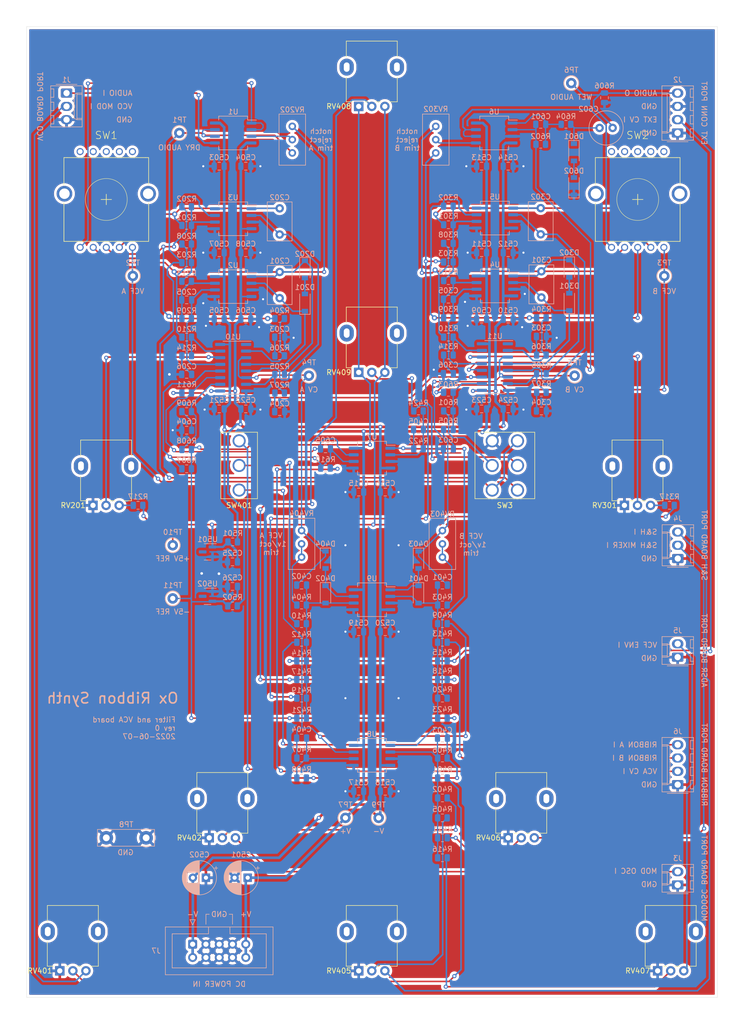
<source format=kicad_pcb>
(kicad_pcb (version 20211014) (generator pcbnew)
  (title_block (title "Josh Ox Ribbon Synth VCF/VCA board") (date "2022-06-07") (rev "0") (comment 1 "creativecommons.org/licences/by/4.0") (comment 2 "license: CC by 4.0") (comment 3 "Author: Jordan Aceto"))
  (layers (0 "F.Cu" signal) (31 "B.Cu" signal) (34 "B.Paste" user) (35 "F.Paste" user) (36 "B.SilkS" user "B.Silkscreen") (37 "F.SilkS" user "F.Silkscreen") (38 "B.Mask" user) (39 "F.Mask" user) (44 "Edge.Cuts" user))
  (net 0 "")
  (net 1 "Net-(C201-Pad1)")
  (net 2 "/SVF_A/BP_OUT")
  (net 3 "Net-(C202-Pad1)")
  (net 4 "/SVF_A/LP_OUT")
  (net 5 "Net-(C203-Pad1)")
  (net 6 "GND")
  (net 7 "Net-(C204-Pad1)")
  (net 8 "Net-(C205-Pad1)")
  (net 9 "Net-(C205-Pad2)")
  (net 10 "Net-(C206-Pad1)")
  (net 11 "Net-(C301-Pad1)")
  (net 12 "/SVF_B/BP_OUT")
  (net 13 "Net-(C302-Pad1)")
  (net 14 "/SVF_B/LP_OUT")
  (net 15 "Net-(C303-Pad1)")
  (net 16 "Net-(C304-Pad1)")
  (net 17 "Net-(C305-Pad1)")
  (net 18 "Net-(C305-Pad2)")
  (net 19 "Net-(C306-Pad1)")
  (net 20 "Net-(C401-Pad1)")
  (net 21 "/FREQ_CV_B")
  (net 22 "Net-(C402-Pad1)")
  (net 23 "/FREQ_CV_A")
  (net 24 "Net-(C403-Pad1)")
  (net 25 "Net-(C403-Pad2)")
  (net 26 "Net-(C404-Pad1)")
  (net 27 "Net-(C404-Pad2)")
  (net 28 "Net-(C405-Pad1)")
  (net 29 "Net-(C405-Pad2)")
  (net 30 "+15V")
  (net 31 "-15V")
  (net 32 "Net-(C601-Pad1)")
  (net 33 "Net-(C601-Pad2)")
  (net 34 "Net-(C602-Pad1)")
  (net 35 "Net-(C603-Pad1)")
  (net 36 "Net-(C604-Pad1)")
  (net 37 "Net-(C605-Pad1)")
  (net 38 "Net-(C605-Pad2)")
  (net 39 "Net-(D201-Pad2)")
  (net 40 "Net-(D301-Pad2)")
  (net 41 "Net-(D401-Pad1)")
  (net 42 "Net-(D402-Pad1)")
  (net 43 "Net-(D601-Pad2)")
  (net 44 "Net-(J1-Pad1)")
  (net 45 "/EXT_CV")
  (net 46 "/CV_mixer/MOD_OSC")
  (net 47 "/CV_mixer/S_AND_H")
  (net 48 "/CV_mixer/S_AND_H_MIXER")
  (net 49 "/CV_mixer/VCF_ENV")
  (net 50 "/CV_mixer/RIBBON_CV_A")
  (net 51 "/CV_mixer/RIBBON_CV_B")
  (net 52 "/VCA_CV")
  (net 53 "Net-(R201-Pad1)")
  (net 54 "/SVF_A/HP_OUT")
  (net 55 "/CV_mixer/MAIN_VCO")
  (net 56 "Net-(R204-Pad2)")
  (net 57 "Net-(R205-Pad2)")
  (net 58 "Net-(R210-Pad1)")
  (net 59 "/SVF_A/NOTCH_OUT")
  (net 60 "+5V REF")
  (net 61 "Net-(R217-Pad2)")
  (net 62 "Net-(R301-Pad1)")
  (net 63 "/SVF_B/HP_OUT")
  (net 64 "/SVF_B/SIGNAL_IN")
  (net 65 "Net-(R304-Pad2)")
  (net 66 "Net-(R305-Pad2)")
  (net 67 "Net-(R310-Pad1)")
  (net 68 "/SVF_B/NOTCH_OUT")
  (net 69 "Net-(R317-Pad2)")
  (net 70 "Net-(R401-Pad1)")
  (net 71 "Net-(R402-Pad1)")
  (net 72 "Net-(R403-Pad2)")
  (net 73 "Net-(R404-Pad2)")
  (net 74 "Net-(R405-Pad1)")
  (net 75 "Net-(R410-Pad1)")
  (net 76 "Net-(R411-Pad1)")
  (net 77 "Net-(R416-Pad1)")
  (net 78 "Net-(R417-Pad1)")
  (net 79 "Net-(R419-Pad1)")
  (net 80 "-5V REF")
  (net 81 "/VCA/SIGNAL_IN_1")
  (net 82 "Net-(R601-Pad2)")
  (net 83 "/VCA/SIGNAL_IN_2")
  (net 84 "Net-(R608-Pad2)")
  (net 85 "Net-(R611-Pad2)")
  (net 86 "Net-(RV201-Pad2)")
  (net 87 "Net-(RV301-Pad2)")
  (net 88 "Net-(SW1-Pad1)")
  (net 91 "/SVF_A/SIGNAL_IN")
  (net 92 "/VCA/OUT")
  (net 93 "Net-(U1-Pad3)")
  (net 94 "Net-(U6-Pad5)")
  (footprint "Potentiometer_THT:Potentiometer_Alpha_RD901F-40-00D_Single_Vertical" (layer "F.Cu") (at 83.82 66.04 90)
    (fp_text reference "RV409")
    (fp_text value "100k")
  )
  (footprint "Potentiometer_THT:Potentiometer_Alpha_RD901F-40-00D_Single_Vertical" (layer "F.Cu") (at 83.82 15.24 90)
    (fp_text reference "RV408")
    (fp_text value "100k")
  )
  (footprint "custom_footprints:DPDT_mini_toggle" (layer "F.Cu") (at 111.76 83.82 180)
    (fp_text reference "SW3")
    (fp_text value "series_parallel_switch")
  )
  (footprint "Potentiometer_THT:Potentiometer_Alpha_RD901F-40-00D_Single_Vertical" (layer "F.Cu") (at 33.02 91.44 90)
    (fp_text reference "RV201")
    (fp_text value "100k")
  )
  (footprint "Potentiometer_THT:Potentiometer_Alpha_RD901F-40-00D_Single_Vertical" (layer "F.Cu") (at 83.82 180.34 90)
    (fp_text reference "RV405")
    (fp_text value "100k")
  )
  (footprint "Potentiometer_THT:Potentiometer_Alpha_RD901F-40-00D_Single_Vertical" (layer "F.Cu") (at 134.62 91.44 90)
    (fp_text reference "RV301")
    (fp_text value "100k")
  )
  (footprint "Potentiometer_THT:Potentiometer_Alpha_RD901F-40-00D_Single_Vertical" (layer "F.Cu") (at 55.245 154.94 90)
    (fp_text reference "RV402")
    (fp_text value "100k")
  )
  (footprint "Potentiometer_THT:Potentiometer_Alpha_RD901F-40-00D_Single_Vertical" (layer "F.Cu") (at 140.97 180.34 90)
    (fp_text reference "RV407")
    (fp_text value "100k")
  )
  (footprint "custom_footprints:SPDT_mini_toggle" (layer "F.Cu") (at 60.96 83.82 180)
    (fp_text reference "SW401")
    (fp_text value "SW_SPDT_center_off")
  )
  (footprint "custom_footprints:SR1712F_rotary_switch" (layer "F.Cu") (at 35.56 33.02)
    (fp_text reference "SW1")
    (fp_text value "SR1712F-0204" hide)
  )
  (footprint "Potentiometer_THT:Potentiometer_Alpha_RD901F-40-00D_Single_Vertical" (layer "F.Cu") (at 26.67 180.34 90)
    (fp_text reference "RV401")
    (fp_text value "100k")
  )
  (footprint "Potentiometer_THT:Potentiometer_Alpha_RD901F-40-00D_Single_Vertical" (layer "F.Cu") (at 112.395 154.94 90)
    (fp_text reference "RV406")
    (fp_text value "100k")
  )
  (footprint "custom_footprints:SR1712F_rotary_switch" (layer "F.Cu") (at 137.16 33.02)
    (fp_text reference "SW2")
    (fp_text value "SR1712F-0204" hide)
  )
  (footprint "Capacitor_SMD:C_0805_2012Metric" (layer "B.Cu") (at 107.315 55.88 180)
    (fp_text reference "C509")
    (fp_text value "100n")
  )
  (footprint "Connector_Molex:Molex_KK-254_AE-6410-02A_1x02_P2.54mm_Vertical" (layer "B.Cu") (at 144.8 163.94 90)
    (fp_text reference "J3")
    (fp_text value "mod_osc_port")
  )
  (footprint "Diode_SMD:D_SOD-123" (layer "B.Cu") (at 124.968 30.48 90)
    (fp_text reference "D602")
    (fp_text value "D_Zener")
  )
  (footprint "TestPoint:TestPoint_Bridge_Pitch7.62mm_Drill1.3mm" (layer "B.Cu") (at 43.18 154.94 180)
    (fp_text reference "TP8")
    (fp_text value "GND")
  )
  (footprint "Resistor_SMD:R_0805_2012Metric" (layer "B.Cu") (at 50.927 62.865 180)
    (fp_text reference "R214")
    (fp_text value "510")
  )
  (footprint "Capacitor_SMD:C_0805_2012Metric" (layer "B.Cu") (at 99.822 106.67)
    (fp_text reference "C401")
    (fp_text value "100p")
  )
  (footprint "Package_SO:SO-8_5.3x6.2mm_P1.27mm" (layer "B.Cu") (at 109.855 36.576 180)
    (fp_text reference "U5")
    (fp_text value "TL072")
  )
  (footprint "Resistor_SMD:R_0805_2012Metric" (layer "B.Cu") (at 100.965 55.626 180)
    (fp_text reference "R309")
    (fp_text value "30k")
  )
  (footprint "Diode_SMD:D_SOD-123" (layer "B.Cu") (at 95.25 108.458 -90)
    (fp_text reference "D401")
    (fp_text value "1N4148W")
  )
  (footprint "Resistor_SMD:R_0805_2012Metric" (layer "B.Cu") (at 130.81 13.589 -90)
    (fp_text reference "R606")
    (fp_text value "1M")
  )
  (footprint "Resistor_SMD:R_0805_2012Metric" (layer "B.Cu") (at 72.898 143.51 180)
    (fp_text reference "R408")
    (fp_text value "100k")
  )
  (footprint "Resistor_SMD:R_0805_2012Metric" (layer "B.Cu") (at 118.745 66.294 180)
    (fp_text reference "R305")
    (fp_text value "30k")
  )
  (footprint "Potentiometer_THT:Potentiometer_Bourns_3296W_Vertical" (layer "B.Cu") (at 99.822 96.266 90)
    (fp_text reference "RV403")
    (fp_text value "5k")
  )
  (footprint "Resistor_SMD:R_0805_2012Metric" (layer "B.Cu") (at 72.898 124.704)
    (fp_text reference "R417")
    (fp_text value "100k")
  )
  (footprint "Capacitor_SMD:C_0805_2012Metric" (layer "B.Cu") (at 62.23 55.88 180)
    (fp_text reference "C506")
    (fp_text value "100n")
  )
  (footprint "Capacitor_SMD:C_0805_2012Metric" (layer "B.Cu") (at 88.9 115.57 180)
    (fp_text reference "C520")
    (fp_text value "100n")
  )
  (footprint "Capacitor_SMD:C_0805_2012Metric" (layer "B.Cu") (at 83.82 88.9 180)
    (fp_text reference "C515")
    (fp_text value "100n")
  )
  (footprint "Capacitor_SMD:C_0805_2012Metric" (layer "B.Cu") (at 100.965 66.294 180)
    (fp_text reference "C306")
    (fp_text value "560p")
  )
  (footprint "Resistor_SMD:R_0805_2012Metric" (layer "B.Cu") (at 77.47 84.328 180)
    (fp_text reference "R610")
    (fp_text value "100k")
  )
  (footprint "Capacitor_SMD:C_0805_2012Metric" (layer "B.Cu") (at 68.707 59.309)
    (fp_text reference "C203")
    (fp_text value "560p")
  )
  (footprint "Resistor_SMD:R_0805_2012Metric" (layer "B.Cu") (at 72.898 128.26)
    (fp_text reference "R419")
    (fp_text value "?")
  )
  (footprint "Resistor_SMD:R_0805_2012Metric" (layer "B.Cu") (at 99.822 114.036 180)
    (fp_text reference "R409")
    (fp_text value "100k")
  )
  (footprint "Resistor_SMD:R_0805_2012Metric" (layer "B.Cu") (at 68.707 62.865 180)
    (fp_text reference "R206")
    (fp_text value "510")
  )
  (footprint "Capacitor_SMD:C_0805_2012Metric" (layer "B.Cu") (at 88.9 146.05 180)
    (fp_text reference "C518")
    (fp_text value "100n")
  )
  (footprint "Package_TO_SOT_SMD:SOT-23" (layer "B.Cu") (at 54.9148 108.8136 180)
    (fp_text reference "U502")
    (fp_text value "LM4040DBZ-5")
  )
  (footprint "Capacitor_SMD:C_0805_2012Metric" (layer "B.Cu") (at 57.15 43.18 180)
    (fp_text reference "C507")
    (fp_text value "100n")
  )
  (footprint "Resistor_SMD:R_0805_2012Metric" (layer "B.Cu") (at 99.822 151.13 180)
    (fp_text reference "R405")
    (fp_text value "100k")
  )
  (footprint "Capacitor_THT:C_Rect_L7.2mm_W4.5mm_P5.00mm_FKS2_FKP2_MKS2_MKP2" (layer "B.Cu") (at 118.618 39.671 90)
    (fp_text reference "C302")
    (fp_text value "220p")
  )
  (footprint "Capacitor_SMD:C_0805_2012Metric" (layer "B.Cu") (at 57.15 73.025 180)
    (fp_text reference "C521")
    (fp_text value "100n")
  )
  (footprint "Resistor_SMD:R_0805_2012Metric" (layer "B.Cu") (at 59.7275 98.425 180)
    (fp_text reference "R501")
    (fp_text value "5k6")
  )
  (footprint "Resistor_SMD:R_0805_2012Metric" (layer "B.Cu") (at 50.927 84.455 180)
    (fp_text reference "R607")
    (fp_text value "10M")
  )
  (footprint "Resistor_SMD:R_0805_2012Metric" (layer "B.Cu") (at 100.965 59.309 180)
    (fp_text reference "R310")
    (fp_text value "15k")
  )
  (footprint "TestPoint:TestPoint_Keystone_5000-5004_Miniature" (layer "B.Cu") (at 124.46 10.795 180)
    (fp_text reference "TP6")
    (fp_text value "FINAL_AUDIO")
  )
  (footprint "Resistor_SMD:R_0805_2012Metric" (layer "B.Cu") (at 100.965 34.29 180)
    (fp_text reference "R302")
    (fp_text value "30k")
  )
  (footprint "Resistor_SMD:R_0805_2012Metric" (layer "B.Cu") (at 50.927 41.529 180)
    (fp_text reference "R208")
    (fp_text value "270k")
  )
  (footprint "Capacitor_SMD:C_0805_2012Metric" (layer "B.Cu") (at 57.15 26.67 180)
    (fp_text reference "C503")
    (fp_text value "100n")
  )
  (footprint "Resistor_SMD:R_0805_2012Metric" (layer "B.Cu") (at 68.707 69.977 180)
    (fp_text reference "R207")
    (fp_text value "510")
  )
  (footprint "Resistor_SMD:R_0805_2012Metric" (layer "B.Cu") (at 123.444 18.669)
    (fp_text reference "R604")
    (fp_text value "1k")
  )
  (footprint "Diode_SMD:D_SOD-123" (layer "B.Cu") (at 124.968 24.003 -90)
    (fp_text reference "D601")
    (fp_text value "D_Zener")
  )
  (footprint "Diode_SMD:D_SOD-123" (layer "B.Cu") (at 73.533 46.355 -90)
    (fp_text reference "D202")
    (fp_text value "3v9")
  )
  (footprint "Capacitor_SMD:C_0805_2012Metric" (layer "B.Cu") (at 62.23 73.025 180)
    (fp_text reference "C522")
    (fp_text value "100n")
  )
  (footprint "Resistor_SMD:R_0805_2012Metric" (layer "B.Cu") (at 50.927 73.533 180)
    (fp_text reference "R609")
    (fp_text value "510")
  )
  (footprint "Capacitor_SMD:C_0805_2012Metric" (layer "B.Cu") (at 59.69 106.934 180)
    (fp_text reference "C526")
    (fp_text value "100n")
  )
  (footprint "Package_SO:SO-8_5.3x6.2mm_P1.27mm" (layer "B.Cu") (at 86.36 109.464 180)
    (fp_text reference "U9")
    (fp_text value "TL072")
  )
  (footprint "Resistor_SMD:R_0805_2012Metric" (layer "B.Cu") (at 99.822 143.51 180)
    (fp_text reference "R401")
    (fp_text value "100k")
  )
  (footprint "Package_SO:SOIC-16_3.9x9.9mm_P1.27mm" (layer "B.Cu") (at 109.855 65.024 180)
    (fp_text reference "U11")
    (fp_text value "SSI2164")
  )
  (footprint "Capacitor_SMD:C_0805_2012Metric" (layer "B.Cu") (at 118.618 18.669)
    (fp_text reference "C601")
    (fp_text value "100p")
  )
  (footprint "Capacitor_SMD:C_0805_2012Metric" (layer "B.Cu") (at 50.927 52.197)
    (fp_text reference "C205")
    (fp_text value "C")
  )
  (footprint "Capacitor_THT:CP_Radial_D6.3mm_P2.50mm" (layer "B.Cu") (at 54.61 162.56 180)
    (fp_text reference "C502")
    (fp_text value "10u")
  )
  (footprint "Capacitor_SMD:C_0805_2012Metric" (layer "B.Cu") (at 62.23 26.67 180)
    (fp_text reference "C504")
    (fp_text value "100n")
  )
  (footprint "Resistor_SMD:R_0805_2012Metric" (layer "B.Cu") (at 72.898 117.592)
    (fp_text reference "R412")
    (fp_text value "100k")
  )
  (footprint "Resistor_SMD:R_0805_2012Metric" (layer "B.Cu") (at 118.745 69.85 180)
    (fp_text reference "R307")
    (fp_text value "510")
  )
  (footprint "Resistor_SMD:R_0805_2012Metric" (layer "B.Cu") (at 143.2325 91.44 180)
    (fp_text reference "R317")
    (fp_text value "R")
  )
  (footprint "Resistor_SMD:R_0805_2012Metric" (layer "B.Cu") (at 72.898 121.148)
    (fp_text reference "R414")
    (fp_text value "100k")
  )
  (footprint "TestPoint:TestPoint_Keystone_5000-5004_Miniature" (layer "B.Cu") (at 125.095 66.675 180)
    (fp_text reference "TP5")
    (fp_text value "CV_B")
  )
  (footprint "Connector_Molex:Molex_KK-254_AE-6410-03A_1x03_P2.54mm_Vertical" (layer "B.Cu") (at 144.82 101.6 90)
    (fp_text reference "J4")
    (fp_text value "S&H_port")
  )
  (footprint "Capacitor_SMD:C_0805_2012Metric" (layer "B.Cu") (at 50.927 77.089 180)
    (fp_text reference "C604")
    (fp_text value "560")
  )
  (footprint "Capacitor_SMD:C_0805_2012Metric" (layer "B.Cu") (at 50.927 66.421 180)
    (fp_text reference "C206")
    (fp_text value "560p")
  )
  (footprint "Resistor_SMD:R_0805_2012Metric" (layer "B.Cu") (at 99.822 154.94 180)
    (fp_text reference "R411")
    (fp_text value "100k")
  )
  (footprint "Capacitor_SMD:C_0805_2012Metric" (layer "B.Cu") (at 68.707 73.533)
    (fp_text reference "C204")
    (fp_text value "560p")
  )
  (footprint "Capacitor_SMD:C_0805_2012Metric" (layer "B.Cu") (at 57.15 55.88 180)
    (fp_text reference "C505")
    (fp_text value "100n")
  )
  (footprint "Package_SO:SO-8_5.3x6.2mm_P1.27mm" (layer "B.Cu") (at 59.817 20.32 180)
    (fp_text reference "U1")
    (fp_text value "TL072")
  )
  (footprint "TestPoint:TestPoint_Keystone_5000-5004_Miniature" (layer "B.Cu") (at 48.26 109.22 180)
    (fp_text reference "TP11")
    (fp_text value "REF-")
  )
  (footprint "TestPoint:TestPoint_Keystone_5000-5004_Miniature" (layer "B.Cu") (at 142.24 47.625 180)
    (fp_text reference "TP3")
    (fp_text value "VCF_B")
  )
  (footprint "Resistor_SMD:R_0805_2012Metric" (layer "B.Cu") (at 100.965 76.962 180)
    (fp_text reference "R605")
    (fp_text value "510")
  )
  (footprint "Package_TO_SOT_SMD:SOT-23" (layer "B.Cu") (at 54.925 100.33 180)
    (fp_text reference "U501")
    (fp_text value "LM4040DBZ-5")
  )
  (footprint "Resistor_SMD:R_0805_2012Metric" (layer "B.Cu") (at 72.898 132.07)
    (fp_text reference "R421")
    (fp_text value "?")
  )
  (footprint "Resistor_SMD:R_0805_2012Metric" (layer "B.Cu") (at 72.898 139.7 180)
    (fp_text reference "R407")
    (fp_text value "100k")
  )
  (footprint "Capacitor_THT:C_Rect_L7.2mm_W4.5mm_P5.00mm_FKS2_FKP2_MKS2_MKP2" (layer "B.Cu") (at 118.745 51.736 90)
    (fp_text reference "C301")
    (fp_text value "220p")
  )
  (footprint "Resistor_SMD:R_0805_2012Metric" (layer "B.Cu") (at 95.25 73.406)
    (fp_text reference "R424")
    (fp_text value "100k")
  )
  (footprint "Capacitor_SMD:C_0805_2012Metric" (layer "B.Cu") (at 112.395 73.025 180)
    (fp_text reference "C524")
    (fp_text value "100n")
  )
  (footprint "Connector_Molex:Molex_KK-254_AE-6410-04A_1x04_P2.54mm_Vertical" (layer "B.Cu") (at 144.8 144.78 90)
    (fp_text reference "J6")
    (fp_text value "ribbon_port")
  )
  (footprint "Diode_SMD:D_SOD-123" (layer "B.Cu") (at 73.533 52.705 90)
    (fp_text reference "D201")
    (fp_text value "3v9")
  )
  (footprint "Resistor_SMD:R_0805_2012Metric" (layer "B.Cu") (at 118.745 55.626)
    (fp_text reference "R304")
    (fp_text value "30k")
  )
  (footprint "Resistor_SMD:R_0805_2012Metric" (layer "B.Cu") (at 50.927 48.641)
    (fp_text reference "R213")
    (fp_text value "30k")
  )
  (footprint "Resistor_SMD:R_0805_2012Metric" (layer "B.Cu") (at 99.822 139.7)
    (fp_text reference "R406")
    (fp_text value "100k")
  )
  (footprint "Capacitor_SMD:C_0805_2012Metric" (layer "B.Cu") (at 112.395 55.88 180)
    (fp_text reference "C510")
    (fp_text value "100n")
  )
  (footprint "Resistor_SMD:R_0805_2012Metric" (layer "B.Cu") (at 100.965 48.514)
    (fp_text reference "R313")
    (fp_text value "30k")
  )
  (footprint "Capacitor_SMD:C_0805_2012Metric" (layer "B.Cu") (at 72.898 135.89 180)
    (fp_text reference "C404")
    (fp_text value "100p")
  )
  (footprint "Resistor_SMD:R_0805_2012Metric" (layer "B.Cu") (at 50.927 34.417 180)
    (fp_text reference "R202")
    (fp_text value "30k")
  )
  (footprint "Capacitor_THT:CP_Radial_D6.3mm_P2.50mm" (layer "B.Cu") (at 62.59 162.56 180)
    (fp_text reference "C501")
    (fp_text value "10u")
  )
  (footprint "Capacitor_SMD:C_0805_2012Metric" (layer "B.Cu") (at 95.25 76.962 180)
    (fp_text reference "C405")
    (fp_text value "100p")
  )
  (footprint "Resistor_SMD:R_0805_2012Metric" (layer "B.Cu") (at 50.927 37.973 180)
    (fp_text reference "R201")
    (fp_text value "30k")
  )
  (footprint "Resistor_SMD:R_0805_2012Metric" (layer "B.Cu") (at 50.927 69.977 180)
    (fp_text reference "R611")
    (fp_text value "4k7")
  )
  (footprint "Diode_SMD:D_SOD-123" (layer "B.Cu") (at 124.079 52.578 90)
    (fp_text reference "D301")
    (fp_text value "3v9")
  )
  (footprint "Resistor_SMD:R_0805_2012Metric" (layer "B.Cu") (at 118.745 62.738 180)
    (fp_text reference "R306")
    (fp_text value "510")
  )
  (footprint "Resistor_SMD:R_0805_2012Metric" (layer "B.Cu") (at 68.707 66.421 180)
    (fp_text reference "R205")
    (fp_text value "30k")
  )
  (footprint "Package_SO:SO-8_5.3x6.2mm_P1.27mm" (layer "B.Cu") (at 59.817 49.657 180)
    (fp_text reference "U2")
    (fp_text value "TL072")
  )
  (footprint "Resistor_SMD:R_0805_2012Metric" (layer "B.Cu") (at 100.965 73.406)
    (fp_text reference "R601")
    (fp_text value "30k")
  )
  (footprint "Diode_SMD:D_SOD-123" (layer "B.Cu") (at 95.25 101.854 -90)
    (fp_text reference "D403")
    (fp_text value "1N4148W")
  )
  (footprint "Diode_SMD:D_SOD-123" (layer "B.Cu") (at 124.079 46.228 -90)
    (fp_text reference "D302")
    (fp_text value "3v9")
  )
  (footprint "Package_SO:SOIC-16_3.9x9.9mm_P1.27mm" (layer "B.Cu") (at 59.817 65.151 180)
    (fp_text reference "U10")
    (fp_text value "SSI2164")
  )
  (footprint "Resistor_SMD:R_0805_2012Metric" (layer "B.Cu") (at 100.965 69.85)
    (fp_text reference "R603")
    (fp_text value "30k")
  )
  (footprint "Resistor_SMD:R_0805_2012Metric" (layer "B.Cu") (at 50.927 55.753 180)
    (fp_text reference "R209")
    (fp_text value "30k")
  )
  (footprint "Capacitor_SMD:C_0805_2012Metric" (layer "B.Cu") (at 112.395 26.67 180)
    (fp_text reference "C514")
    (fp_text value "100n")
  )
  (footprint "Capacitor_SMD:C_0805_2012Metric" (layer "B.Cu") (at 99.822 135.89)
    (fp_text reference "C403")
    (fp_text value "100p")
  )
  (footprint "Resistor_SMD:R_0805_2012Metric" (layer "B.Cu") (at 99.822 124.704 180)
    (fp_text reference "R418")
    (fp_text value "100k")
  )
  (footprint "Capacitor_SMD:C_0805_2012Metric" (layer "B.Cu") (at 107.315 73.025 180)
    (fp_text reference "C523")
    (fp_text value "100n")
  )
  (footprint "TestPoint:TestPoint_Keystone_5000-5004_Miniature" (layer "B.Cu") (at 40.64 47.625 180)
    (fp_text reference "TP2")
    (fp_text value "VCF_A")
  )
  (footprint "Package_SO:SO-8_5.3x6.2mm_P1.27mm" (layer "B.Cu") (at 109.728 20.32 180)
    (fp_text reference "U6")
    (fp_text value "TL072")
  )
  (footprint "Resistor_SMD:R_0805_2012Metric" (layer "B.Cu") (at 99.822 158.75 180)
    (fp_text reference "R416")
    (fp_text value "100k")
  )
  (footprint "TestPoint:TestPoint_Keystone_5000-5004_Miniature" (layer "B.Cu") (at 87.63 151.13 180)
    (fp_text reference "TP9")
    (fp_text value "V-")
  )
  (footprint "Resistor_SMD:R_0805_2012Metric" (layer "B.Cu") (at 41.6325 91.44 180)
    (fp_text reference "R217")
    (fp_text value "R")
  )
  (footprint "Capacitor_THT:C_Rect_L7.2mm_W4.5mm_P5.00mm_FKS2_FKP2_MKS2_MKP2" (layer "B.Cu") (at 68.707 39.711 90)
    (fp_text reference "C202")
    (fp_text value "220p")
  )
  (footprint "Resistor_SMD:R_0805_2012Metric" (layer "B.Cu") (at 99.822 121.148 180)
    (fp_text reference "R415")
    (fp_text value "100k")
  )
  (footprint "Capacitor_SMD:C_0805_2012Metric" (layer "B.Cu") (at 112.395 43.18 180)
    (fp_text reference "C512")
    (fp_text value "100n")
  )
  (footprint "Resistor_SMD:R_0805_2012Metric" (layer "B.Cu") (at 100.965 41.402 180)
    (fp_text reference "R308")
    (fp_text value "270k")
  )
  (footprint "Resistor_SMD:R_0805_2012Metric" (layer "B.Cu") (at 99.822 110.48)
    (fp_text reference "R403")
    (fp_text value "15k")
  )
  (footprint "Diode_SMD:D_SOD-123" (layer "B.Cu") (at 77.47 101.844 -90)
    (fp_text reference "D404")
    (fp_text value "1N4148W")
  )
  (footprint "Resistor_SMD:R_0805_2012Metric" (layer "B.Cu") (at 100.965 62.738 180)
    (fp_text reference "R314")
    (fp_text value "510")
  )
  (footprint "Connector_Molex:Molex_KK-254_AE-6410-03A_1x03_P2.54mm_Vertical" (layer "B.Cu") (at 27.96 12.7 -90)
    (fp_text reference "J1")
    (fp_text value "VCO_port")
  )
  (footprint "Resistor_SMD:R_0805_2012Metric" (layer "B.Cu") (at 99.822 147.32 180)
    (fp_text reference "R402")
    (fp_text value "100k")
  )
  (footprint "Resistor_SMD:R_0805_2012Metric" (layer "B.Cu") (at 59.69 110.6424 180)
    (fp_text reference "R502")
    (fp_text value "5k6")
  )
  (footprint "Capacitor_SMD:C_0805_2012Metric" (layer "B.Cu") (at 118.745 73.406)
    (fp_text reference "C304")
    (fp_text value "560p")
  )
  (footprint "Connector_Molex:Molex_KK-254_AE-6410-02A_1x02_P2.54mm_Vertical" (layer "B.Cu") (at 144.8 120.43 90)
    (fp_text reference "J5")
    (fp_text value "ADSR_port")
  )
  (footprint "TestPoint:TestPoint_Keystone_5000-5004_Miniature" (layer "B.Cu") (at 48.26 99.06 180)
    (fp_text reference "TP10")
    (fp_text value "REF+")
  )
  (footprint "Potentiometer_THT:Potentiometer_Bourns_3296W_Vertical" (layer "B.Cu") (at 72.898 96.256 90)
    (fp_text reference "RV404")
    (fp_text value "5k")
  )
  (footprint "Capacitor_SMD:C_0805_2012Metric" (layer "B.Cu") (at 100.965 80.645 180)
    (fp_text reference "C603")
    (fp_text value "560")
  )
  (footprint "Capacitor_SMD:C_0805_2012Metric" (layer "B.Cu") (at 107.315 43.18 180)
    (fp_text reference "C511")
    (fp_text value "100n")
  )
  (footprint "Package_SO:SO-8_5.3x6.2mm_P1.27mm" (layer "B.Cu") (at 86.36 82.423 180)
    (fp_text reference "U7")
    (fp_text value "TL072")
  )
  (footprint "Package_SO:SO-8_5.3x6.2mm_P1.27mm" (layer "B.Cu") (at 59.817 36.703 180)
    (fp_text reference "U3")
    (fp_text value "TL072")
  )
  (footprint "Capacitor_SMD:C_0805_2012Metric" (layer "B.Cu") (at 100.965 52.07)
    (fp_text reference "C305")
    (fp_text value "C")
  )
  (footprint "TestPoint:TestPoint_Keystone_5000-5004_Miniature" (layer "B.Cu") (at 74.295 66.675 180)
    (fp_text reference "TP4")
    (fp_text value "CV_A")
  )
  (footprint "Potentiometer_THT:Potentiometer_Bourns_3296W_Vertical" (layer "B.Cu") (at 71.12 24.13 -90)
    (fp_text reference "RV202")
    (fp_text value "50k")
  )
  (footprint "Resistor_SMD:R_0805_2012Metric" (layer "B.Cu") (at 50.927 59.309 180)
    (fp_text reference "R210")
    (fp_text value "15k")
  )
  (footprint "Resistor_SMD:R_0805_2012Metric" (layer "B.Cu") (at 99.822 128.26 180)
    (fp_text reference "R420")
    (fp_text value "?")
  )
  (footprint "Capacitor_SMD:C_0805_2012Metric" (layer "B.Cu") (at 83.82 115.57 180)
    (fp_text reference "C519")
    (fp_text value "100n")
  )
  (footprint "Package_SO:SO-8_5.3x6.2mm_P1.27mm" (layer "B.Cu") (at 86.36 139.192 180)
    (fp_text reference "U8")
    (fp_text value "TL072")
  )
  (footprint "Resistor_SMD:R_0805_2012Metric" (layer "B.Cu") (at 50.927 80.772 180)
    (fp_text reference "R608")
    (fp_text value "100k")
  )
  (footprint "Capacitor_SMD:C_0805_2012Metric" (layer "B.Cu") (at 77.47 80.645 180)
    (fp_text reference "C605")
    (fp_text value "100p")
  )
  (footprint "Resistor_SMD:R_0805_2012Metric" (layer "B.Cu") (at 68.707 55.753)
    (fp_text reference "R204")
    (fp_text value "30k")
  )
  (footprint "TestPoint:TestPoint_Keystone_5000-5004_Miniature" (layer "B.Cu") (at 49.53 20.32 180)
    (fp_text reference "TP1")
    (fp_text value "DRY")
  )
  (footprint "Capacitor_SMD:C_0805_2012Metric" (layer "B.Cu") (at 72.898 106.67 180)
    (fp_text reference "C402")
    (fp_text value "100p")
  )
  (footprint "Capacitor_SMD:C_0805_2012Metric" (layer "B.Cu") (at 118.745 59.182)
    (fp_text reference "C303")
    (fp_text value "560p")
  )
  (footprint "Capacitor_SMD:C_0805_2012Metric" (layer "B.Cu") (at 83.82 146.05 180)
    (fp_text reference "C517")
    (fp_text value "100n")
  )
  (footprint "Capacitor_SMD:C_0805_2012Metric" (layer "B.Cu") (at 59.69 102.235 180)
    (fp_text reference "C525")
    (fp_text value "100n")
  )
  (footprint "Resistor_SMD:R_0805_2012Metric" (layer "B.Cu") (at 95.25 80.645 180)
    (fp_text reference "R422")
    (fp_text value "100k")
  )
  (footprint "Capacitor_THT:C_Radial_D6.3mm_H5.0mm_P2.50mm" (layer "B.Cu") (at 129.8648 19.3548)
    (fp_text reference "C602")
    (fp_text value "10u")
  )
  (footprint "Connector_IDC:IDC-Header_2x05_P2.54mm_Vertical" (layer "B.Cu") (at 52.07 175.26 -90)
    (fp_text reference "J7")
    (fp_text value "power_entry")
  )
  (footprint "Capacitor_SMD:C_0805_2012Metric" (layer "B.Cu") (at 62.23 43.18 180)
    (fp_text reference "C508")
    (fp_text value "100n")
  )
  (footprint "Resistor_SMD:R_0805_2012Metric" (layer "B.Cu") (at 100.965 37.846 180)
    (fp_text reference "R301")
    (fp_text value "30k")
  )
  (footprint "Resistor_SMD:R_0805_2012Metric" (layer "B.Cu") (at 100.965 44.958)
    (fp_text reference "R303")
    (fp_text value "30k")
  )
  (footprint "Connector_Molex:Molex_KK-254_AE-6410-04A_1x04_P2.54mm_Vertical" (layer "B.Cu") (at 144.78 20.32 90)
    (fp_text reference "J2")
    (fp_text value "ext_port")
  )
  (footprint "Resistor_SMD:R_0805_2012Metric" (layer "B.Cu") (at 118.618 22.479)
    (fp_text reference "R602")
    (fp_text value "30k")
  )
  (footprint "Resistor_SMD:R_0805_2012Metric" (layer "B.Cu") (at 50.927 45.085)
    (fp_text reference "R203")
    (fp_text value "30k")
  )
  (footprint "Resistor_SMD:R_0805_2012Metric" (layer "B.Cu") (at 99.822 117.592 180)
    (fp_text reference "R413")
    (fp_text value "100k")
  )
  (footprint "Resistor_SMD:R_0805_2012Metric" (layer "B.Cu") (at 99.822 132.07 180)
    (fp_text reference "R423")
    (fp_text value "?")
  )
  (footprint "Potentiometer_THT:Potentiometer_Bourns_3296W_Vertical" (layer "B.Cu") (at 98.552 24.13 -90)
    (fp_text reference "RV302")
    (fp_text value "50k")
  )
  (footprint "TestPoint:TestPoint_Keystone_5000-5004_Miniature" (layer "B.Cu") (at 81.28 151.13 180)
    (fp_text reference "TP7")
    (fp_text value "V+")
  )
  (footprint "Capacitor_THT:C_Rect_L7.2mm_W4.5mm_P5.00mm_FKS2_FKP2_MKS2_MKP2" (layer "B.Cu") (at 68.707 51.863 90)
    (fp_text reference "C201")
    (fp_text value "220p")
  )
  (footprint "Package_SO:SO-8_5.3x6.2mm_P1.27mm" (layer "B.Cu") (at 109.855 49.53 180)
    (fp_text reference "U4")
    (fp_text value "TL072")
  )
  (footprint "Diode_SMD:D_SOD-123" (layer "B.Cu") (at 77.47 108.448 -90)
    (fp_text reference "D402")
    (fp_text value "1N4148W")
  )
  (footprint "Resistor_SMD:R_0805_2012Metric" (layer "B.Cu") (at 72.898 114.036)
    (fp_text reference "R410")
    (fp_text value "100k")
  )
  (footprint "Capacitor_SMD:C_0805_2012Metric" (layer "B.Cu") (at 107.315 26.67 180)
    (fp_text reference "C513")
    (fp_text value "100n")
  )
  (footprint "Capacitor_SMD:C_0805_2012Metric" (layer "B.Cu") (at 88.9 88.9 180)
    (fp_text reference "C516")
    (fp_text value "100n")
  )
  (footprint "Resistor_SMD:R_0805_2012Metric" (layer "B.Cu") (at 72.898 110.48 180)
    (fp_text reference "R404")
    (fp_text value "15k")
  )
  (gr_line (start 59.69 169.545) (end 59.69 171.45) (layer "B.SilkS") (width 0.12))
  (gr_line (start 55.245 169.545) (end 54.61 169.545) (layer "B.SilkS") (width 0.12))
  (gr_line (start 54.61 169.545) (end 54.61 171.45) (layer "B.SilkS") (width 0.12))
  (gr_line (start 59.055 169.545) (end 59.69 169.545) (layer "B.SilkS") (width 0.12))
  (gr_line (start 152.4 0) (end 20.32 0) (layer "Edge.Cuts") (width 0.05))
  (gr_line (start 152.4 185.42) (end 152.4 0) (layer "Edge.Cuts") (width 0.05))
  (gr_line (start 20.32 0) (end 20.32 185.42) (layer "Edge.Cuts") (width 0.05))
  (gr_line (start 20.32 185.42) (end 152.4 185.42) (layer "Edge.Cuts") (width 0.05))
  (gr_text "V+" (at 81.28 153.67) (layer "B.SilkS") (effects (font (size 1 1)) (justify mirror)))
  (gr_text "GND" (at 40.64 17.78) (layer "B.SilkS") (effects (font (size 1 1)) (justify left mirror)))
  (gr_text "+5V REF" (at 48.26 101.6) (layer "B.SilkS") (effects (font (size 1 1)) (justify mirror)))
  (gr_text "S&H I" (at 140.97 96.52) (layer "B.SilkS") (effects (font (size 1 1)) (justify left mirror)))
  (gr_text "Ox Ribbon Synth" (at 49.53 128.27) (layer "B.SilkS") (effects (font (size 2 2) (thickness 0.3)) (justify left mirror)))
  (gr_text "CV A" (at 74.295 69.342) (layer "B.SilkS") (effects (font (size 1 1)) (justify mirror)))
  (gr_text "RIBBON B I" (at 140.97 139.7) (layer "B.SilkS") (effects (font (size 1 1)) (justify left mirror)))
  (gr_text "V-" (at 87.63 153.67) (layer "B.SilkS") (effects (font (size 1 1)) (justify mirror)))
  (gr_text "RIBBON BOARD PORT" (at 149.9 140.97 270) (layer "B.SilkS") (effects (font (size 1 1)) (justify mirror)))
  (gr_text "DRY AUDIO" (at 49.53 23.114) (layer "B.SilkS") (effects (font (size 1 1)) (justify mirror)))
  (gr_text "S&H BOARD PORT" (at 149.9 99.06 270) (layer "B.SilkS") (effects (font (size 1 1)) (justify mirror)))
  (gr_text "GND" (at 39.243 157.734) (layer "B.SilkS") (effects (font (size 1 1)) (justify mirror)))
  (gr_text "VCF A" (at 40.64 50.546) (layer "B.SilkS") (effects (font (size 1 1)) (justify mirror)))
  (gr_text "GND" (at 140.97 15.24) (layer "B.SilkS") (effects (font (size 1 1)) (justify left mirror)))
  (gr_text "Filter and VCA board\nrev 0\n2022-06-07" (at 48.895 133.985) (layer "B.SilkS") (effects (font (size 1 1)) (justify left mirror)))
  (gr_text "WET AUDIO" (at 124.46 13.462) (layer "B.SilkS") (effects (font (size 1 1)) (justify mirror)))
  (gr_text "GND" (at 57.15 169.545) (layer "B.SilkS") (effects (font (size 1 1)) (justify mirror)))
  (gr_text "VCO BOARD PORT" (at 22.86 15.24 270) (layer "B.SilkS") (effects (font (size 1 1)) (justify mirror)))
  (gr_text "GND" (at 140.97 20.32) (layer "B.SilkS") (effects (font (size 1 1)) (justify left mirror)))
  (gr_text "VCO MOD I" (at 40.64 15.24) (layer "B.SilkS") (effects (font (size 1 1)) (justify left mirror)))
  (gr_text "VCA CV I" (at 140.97 142.24) (layer "B.SilkS") (effects (font (size 1 1)) (justify left mirror)))
  (gr_text "GND" (at 140.97 144.78) (layer "B.SilkS") (effects (font (size 1 1)) (justify left mirror)))
  (gr_text "DC POWER IN" (at 57.15 182.88) (layer "B.SilkS") (effects (font (size 1 1)) (justify mirror)))
  (gr_text "-5V REF" (at 48.26 111.76) (layer "B.SilkS") (effects (font (size 1 1)) (justify mirror)))
  (gr_text "GND" (at 140.97 163.83) (layer "B.SilkS") (effects (font (size 1 1)) (justify left mirror)))
  (gr_text "CV B" (at 125.095 69.342) (layer "B.SilkS") (effects (font (size 1 1)) (justify mirror)))
  (gr_text "VCF A\n1v/oct \ntrim" (at 67.056 98.806) (layer "B.SilkS") (effects (font (size 1 1)) (justify mirror)))
  (gr_text "EXT CONN PORT" (at 149.86 16.51 270) (layer "B.SilkS") (effects (font (size 1 1)) (justify mirror)))
  (gr_text "V-" (at 52.07 169.545) (layer "B.SilkS") (effects (font (size 1 1)) (justify mirror)))
  (gr_text "notch\nreject\ntrim A" (at 76.581 21.59) (layer "B.SilkS") (effects (font (size 1 1)) (justify mirror)))
  (gr_text "S&H MIXER I" (at 140.97 99.06) (layer "B.SilkS") (effects (font (size 1 1)) (justify left mirror)))
  (gr_text "AUDIO I" (at 40.64 12.7) (layer "B.SilkS") (effects (font (size 1 1)) (justify left mirror)))
  (gr_text "V+" (at 62.23 169.545) (layer "B.SilkS") (effects (font (size 1 1)) (justify mirror)))
  (gr_text "VCF ENV I" (at 140.97 118.11) (layer "B.SilkS") (effects (font (size 1 1)) (justify left mirror)))
  (gr_text "GND" (at 140.97 120.65) (layer "B.SilkS") (effects (font (size 1 1)) (justify left mirror)))
  (gr_text "VCF B\n1v/oct \ntrim" (at 105.283 98.933) (layer "B.SilkS") (effects (font (size 1 1)) (justify mirror)))
  (gr_text "EXT CV I" (at 140.97 17.78) (layer "B.SilkS") (effects (font (size 1 1)) (justify left mirror)))
  (gr_text "VCF B" (at 142.24 50.546) (layer "B.SilkS") (effects (font (size 1 1)) (justify mirror)))
  (gr_text "AUDIO O" (at 140.97 12.7) (layer "B.SilkS") (effects (font (size 1 1)) (justify left mirror)))
  (gr_text "ADSR BOARD PORT" (at 149.88 119.16 270) (layer "B.SilkS") (effects (font (size 1 1)) (justify mirror)))
  (gr_text "MOD OSC I" (at 140.97 161.29) (layer "B.SilkS") (effects (font (size 1 1)) (justify left mirror)))
  (gr_text "MODOSC BOARD PORT" (at 149.88 162.67 270) (layer "B.SilkS") (effects (font (size 1 1)) (justify mirror)))
  (gr_text "RIBBON A I" (at 140.97 137.16) (layer "B.SilkS") (effects (font (size 1 1)) (justify left mirror)))
  (gr_text "notch\nreject\ntrim B" (at 93.091 21.59) (layer "B.SilkS") (effects (font (size 1 1)) (justify mirror)))
  (gr_text "GND" (at 140.97 101.6) (layer "B.SilkS") (effects (font (size 1 1)) (justify left mirror)))
  (segment (start 73.533 60.706) (end 73.533 54.355) (width 0.3) (layer "B.Cu") (net 1))
  (segment (start 69.723 64.516) (end 73.533 60.706) (width 0.3) (layer "B.Cu") (net 1))
  (segment (start 63.317 49.022) (end 65.866 49.022) (width 0.3) (layer "B.Cu") (net 1))
  (segment (start 73.533 54.355) (end 71.199 54.355) (width 0.3) (layer "B.Cu") (net 1))
  (segment (start 65.866 49.022) (end 68.707 51.863) (width 0.3) (layer "B.Cu") (net 1))
  (segment (start 71.199 54.355) (end 68.707 51.863) (width 0.3) (layer "B.Cu") (net 1))
  (segment (start 62.292 64.516) (end 69.723 64.516) (width 0.3) (layer "B.Cu") (net 1))
  (segment (start 77.216 46.863) (end 68.707 46.863) (width 0.3) (layer "F.Cu") (net 2))
  (segment (start 33.06 42.17) (end 35.975 45.085) (width 0.3) (layer "F.Cu") (net 2))
  (segment (start 46.794376 45.085) (end 48.543188 46.833812) (width 0.3) (layer "F.Cu") (net 2))
  (segment (start 68.707 46.863) (end 48.572376 46.863) (width 0.3) (layer "F.Cu") (net 2))
  (segment (start 48.572376 46.863) (end 48.543188 46.833812) (width 0.3) (layer "F.Cu") (net 2))
  (segment (start 35.975 45.085) (end 46.794376 45.085) (width 0.3) (layer "F.Cu") (net 2))
  (via (at 77.216 46.863) (size 0.8) (drill 0.4) (layers "F.Cu" "B.Cu") (net 2))
  (via (at 48.543188 46.833812) (size 1) (drill 0.5) (layers "F.Cu" "B.Cu") (net 2))
  (segment (start 74.93 60.452) (end 74.93 46.102) (width 0.3) (layer "B.Cu") (net 2))
  (segment (start 50.927 42.4415) (end 50.0145 41.529) (width 0.3) (layer "B.Cu") (net 2))
  (segment (start 77.216 46.863) (end 77.216 25.146) (width 0.3) (layer "B.Cu") (net 2))
  (segment (start 49.022 47.637849) (end 50.927 45.732849) (width 0.3) (layer "B.Cu") (net 2))
  (segment (start 50.0145 59.309) (end 49.022 58.3165) (width 0.3) (layer "B.Cu") (net 2))
  (segment (start 63.317 47.752) (end 67.818 47.752) (width 0.3) (layer "B.Cu") (net 2))
  (segment (start 49.022 58.3165) (end 49.022 47.637849) (width 0.3) (layer "B.Cu") (net 2))
  (segment (start 69.6195 66.421) (end 69.6195 65.7625) (width 0.3) (layer "B.Cu") (net 2))
  (segment (start 71.375 46.863) (end 73.533 44.705) (width 0.3) (layer "B.Cu") (net 2))
  (segment (start 67.818 47.752) (end 68.707 46.863) (width 0.3) (layer "B.Cu") (net 2))
  (segment (start 50.927 45.732849) (end 50.927 42.4415) (width 0.3) (layer "B.Cu") (net 2))
  (segment (start 68.707 46.863) (end 71.375 46.863) (width 0.3) (layer "B.Cu") (net 2))
  (segment (start 69.6195 65.7625) (end 74.93 60.452) (width 0.3) (layer "B.Cu") (net 2))
  (segment (start 48.543188 47.159037) (end 48.543188 46.833812) (width 0.3) (layer "B.Cu") (net 2))
  (segment (start 77.216 25.146) (end 71.12 19.05) (width 0.3) (layer "B.Cu") (net 2))
  (segment (start 74.93 46.102) (end 73.533 44.705) (width 0.3) (layer "B.Cu") (net 2))
  (segment (start 49.022 47.637849) (end 48.543188 47.159037) (width 0.3) (layer "B.Cu") (net 2))
  (segment (start 70.288022 39.711) (end 68.707 39.711) (width 0.3) (layer "B.Cu") (net 3))
  (segment (start 69.108671 67.47052) (end 70.130329 67.47052) (width 0.3) (layer "B.Cu") (net 3))
  (segment (start 68.707 67.068849) (end 69.108671 67.47052) (width 0.3) (layer "B.Cu") (net 3))
  (segment (start 65.064 36.068) (end 68.707 39.711) (width 0.3) (layer "B.Cu") (net 3))
  (segment (start 62.292 65.786) (end 64.77 65.786) (width 0.3) (layer "B.Cu") (net 3))
  (segment (start 68.707 65.773151) (end 68.707 67.068849) (width 0.3) (layer "B.Cu") (net 3))
  (segment (start 68.211849 65.278) (end 68.707 65.773151) (width 0.3) (layer "B.Cu") (net 3))
  (segment (start 76.073 45.495978) (end 70.288022 39.711) (width 0.3) (layer "B.Cu") (net 3))
  (segment (start 64.77 65.786) (end 65.278 65.278) (width 0.3) (layer "B.Cu") (net 3))
  (segment (start 63.317 36.068) (end 65.064 36.068) (width 0.3) (layer "B.Cu") (net 3))
  (segment (start 76.073 60.706) (end 76.073 45.495978) (width 0.3) (layer "B.Cu") (net 3))
  (segment (start 70.48152 66.29748) (end 76.073 60.706) (width 0.3) (layer "B.Cu") (net 3))
  (segment (start 65.278 65.278) (end 68.211849 65.278) (width 0.3) (layer "B.Cu") (net 3))
  (segment (start 70.130329 67.47052) (end 70.48152 67.119329) (width 0.3) (layer "B.Cu") (net 3))
  (segment (start 70.48152 67.119329) (end 70.48152 66.29748) (width 0.3) (layer "B.Cu") (net 3))
  (segment (start 68.707 34.711) (end 49.744 34.711) (width 0.3) (layer "F.Cu") (net 4))
  (segment (start 49.744 34.711) (end 48.641 35.814) (width 0.3) (layer "F.Cu") (net 4))
  (segment (start 44.416 35.814) (end 38.06 42.17) (width 0.3) (layer "F.Cu") (net 4))
  (segment (start 48.641 35.814) (end 44.416 35.814) (width 0.3) (layer "F.Cu") (net 4))
  (via (at 48.641 35.814) (size 1) (drill 0.5) (layers "F.Cu" "B.Cu") (net 4))
  (segment (start 48.641 35.814) (end 48.641 36.5995) (width 0.3) (layer "B.Cu") (net 4))
  (segment (start 63.317 34.798) (end 63.404 34.711) (width 0.3) (layer "B.Cu") (net 4))
  (segment (start 63.404 34.711) (end 68.707 34.711) (width 0.3) (layer "B.Cu") (net 4))
  (segment (start 48.641 36.5995) (end 50.0145 37.973) (width 0.3) (layer "B.Cu") (net 4))
  (segment (start 67.7945 59.3465) (end 67.757 59.309) (width 0.3) (layer "B.Cu") (net 5))
  (segment (start 67.7945 62.865) (end 67.7945 59.3465) (width 0.3) (layer "B.Cu") (net 5))
  (via (at 115.316 26.67) (size 0.8) (drill 0.4) (layers "F.Cu" "B.Cu") (net 6))
  (via (at 48.26 77.089) (size 0.8) (drill 0.4) (layers "F.Cu" "B.Cu") (net 6))
  (via (at 65.532 52.07) (size 0.8) (drill 0.4) (layers "F.Cu" "B.Cu") (net 6))
  (via (at 115.316 73.152) (size 0.8) (drill 0.4) (layers "F.Cu" "B.Cu") (net 6))
  (via (at 104.14 52.578) (size 0.8) (drill 0.4) (layers "F.Cu" "B.Cu") (net 6))
  (via (at 98.171 65.532) (size 0.8) (drill 0.4) (layers "F.Cu" "B.Cu") (net 6))
  (via (at 91.44 146.05) (size 0.8) (drill 0.4) (layers "F.Cu" "B.Cu") (net 6))
  (via (at 91.44 88.9) (size 0.8) (drill 0.4) (layers "F.Cu" "B.Cu") (net 6))
  (via (at 91.44 128.27) (size 0.8) (drill 0.4) (layers "F.Cu" "B.Cu") (net 6))
  (via (at 104.394 73.152) (size 0.8) (drill 0.4) (layers "F.Cu" "B.Cu") (net 6))
  (via (at 115.062 57.404) (size 0.8) (drill 0.4) (layers "F.Cu" "B.Cu") (net 6))
  (via (at 65.024 26.67) (size 0.8) (drill 0.4) (layers "F.Cu" "B.Cu") (net 6))
  (via (at 54.102 52.832) (size 0.8) (drill 0.4) (layers "F.Cu" "B.Cu") (net 6))
  (via (at 81.28 99.06) (size 0.8) (drill 0.4) (layers "F.Cu" "B.Cu") (net 6))
  (via (at 54.61 57.15) (size 0.8) (drill 0.4) (layers "F.Cu" "B.Cu") (net 6))
  (via (at 53.7972 104.4448) (size 1) (drill 0.5) (layers "F.Cu" "B.Cu") (net 6))
  (via (at 81.28 128.27) (size 0.8) (drill 0.4) (layers "F.Cu" "B.Cu") (net 6))
  (via (at 104.648 57.15) (size 0.8) (drill 0.4) (layers "F.Cu" "B.Cu") (net 6))
  (via (at 104.648 43.18) (size 0.8) (drill 0.4) (layers "F.Cu" "B.Cu") (net 6))
  (via (at 65.024 73.152) (size 0.8) (drill 0.4) (layers "F.Cu" "B.Cu") (net 6))
  (via (at 81.28 115.57) (size 0.8) (drill 0.4) (layers "F.Cu" "B.Cu") (net 6))
  (via (at 64.77 57.404) (size 0.8) (drill 0.4) (layers "F.Cu" "B.Cu") (net 6))
  (via (at 81.28 88.9) (size 0.8) (drill 0.4) (layers "F.Cu" "B.Cu") (net 6))
  (via (at 54.102 26.67) (size 0.8) (drill 0.4) (layers "F.Cu" "B.Cu") (net 6))
  (via (at 54.356 73.152) (size 0.8) (drill 0.4) (layers "F.Cu" "B.Cu") (net 6))
  (via (at 57.0992 104.4956) (size 1) (drill 0.5) (layers "F.Cu" "B.Cu") (net 6))
  (via (at 121.666 59.436) (size 0.8) (drill 0.4) (layers "F.Cu" "B.Cu") (net 6))
  (via (at 47.625 66.421) (size 1) (drill 0.5) (layers "F.Cu" "B.Cu") (net 6))
  (via (at 71.374 59.436) (size 0.8) (drill 0.4) (layers "F.Cu" "B.Cu") (net 6))
  (via (at 91.44 115.57) (size 0.8) (drill 0.4) (layers "F.Cu" "B.Cu") (net 6))
  (via (at 65.024 43.18) (size 0.8) (drill 0.4) (layers "F.Cu" "B.Cu") (net 6))
  (via (at 115.57 51.054) (size 0.8) (drill 0.4) (layers "F.Cu" "B.Cu") (net 6))
  (via (at 81.28 146.05) (size 0.8) (drill 0.4) (layers "F.Cu" "B.Cu") (net 6))
  (via (at 115.316 43.18) (size 0.8) (drill 0.4) (layers "F.Cu" "B.Cu") (net 6))
  (via (at 54.102 43.18) (size 0.8) (drill 0.4) (layers "F.Cu" "B.Cu") (net 6))
  (via (at 91.44 99.06) (size 0.8) (drill 0.4) (layers "F.Cu" "B.Cu") (net 6))
  (via (at 104.394 26.67) (size 0.8) (drill 0.4) (layers "F.Cu" "B.Cu") (net 6))
  (segment (start 67.757 73.533) (end 67.757 70.0145) (width 0.3) (layer "B.Cu") (net 7))
  (segment (start 67.757 70.0145) (end 67.7945 69.977) (width 0.3) (layer "B.Cu") (net 7))
  (segment (start 52.2205 49.022) (end 51.8395 48.641) (width 0.3) (layer "B.Cu") (net 8))
  (segment (start 49.977 52.197) (end 49.977 50.5035) (width 0.3) (layer "B.Cu") (net 8))
  (segment (start 49.977 50.5035) (end 51.8395 48.641) (width 0.3) (layer "B.Cu") (net 8))
  (segment (start 56.317 49.022) (end 52.2205 49.022) (width 0.3) (layer "B.Cu") (net 8))
  (segment (start 50.0145 52.2345) (end 49.977 52.197) (width 0.3) (layer "B.Cu") (net 8))
  (segment (start 50.0145 55.753) (end 50.0145 52.2345) (width 0.3) (layer "B.Cu") (net 8))
  (segment (start 51.877 55.7155) (end 51.8395 55.753) (width 0.3) (layer "B.Cu") (net 9))
  (segment (start 57.342 64.516) (end 51.930151 64.516) (width 0.3) (layer "B.Cu") (net 9))
  (segment (start 56.317 50.292) (end 53.782 50.292) (width 0.3) (layer "B.Cu") (net 9))
  (segment (start 53.782 50.292) (end 51.877 52.197) (width 0.3) (layer "B.Cu") (net 9))
  (segment (start 50.97748 56.61502) (end 51.8395 55.753) (width 0.3) (layer "B.Cu") (net 9))
  (segment (start 51.930151 64.516) (end 50.97748 63.563329) (width 0.3) (layer "B.Cu") (net 9))
  (segment (start 50.97748 63.563329) (end 50.97748 56.61502) (width 0.3) (layer "B.Cu") (net 9))
  (segment (start 51.877 52.197) (end 51.877 55.7155) (width 0.3) (layer "B.Cu") (net 9))
  (segment (start 50.0145 64.5585) (end 50.0145 62.865) (width 0.3) (layer "B.Cu") (net 10))
  (segment (start 51.877 66.421) (end 50.0145 64.5585) (width 0.3) (layer "B.Cu") (net 10))
  (segment (start 119.566849 64.389) (end 124.079 59.876849) (width 0.3) (layer "B.Cu") (net 11))
  (segment (start 121.237 54.228) (end 118.745 51.736) (width 0.3) (layer "B.Cu") (net 11))
  (segment (start 124.079 59.876849) (end 124.079 54.228) (width 0.3) (layer "B.Cu") (net 11))
  (segment (start 112.33 64.389) (end 119.566849 64.389) (width 0.3) (layer "B.Cu") (net 11))
  (segment (start 124.079 54.228) (end 121.237 54.228) (width 0.3) (layer "B.Cu") (net 11))
  (segment (start 115.904 48.895) (end 118.745 51.736) (width 0.3) (layer "B.Cu") (net 11))
  (segment (start 113.355 48.895) (end 115.904 48.895) (width 0.3) (layer "B.Cu") (net 11))
  (segment (start 118.745 46.736) (end 98.679 46.736) (width 0.3) (layer "F.Cu") (net 12))
  (segment (start 98.425 46.482) (end 97.873281 47.033719) (width 0.3) (layer "F.Cu") (net 12))
  (segment (start 97.873281 47.033719) (end 95.8975 47.033719) (width 0.3) (layer "F.Cu") (net 12))
  (segment (start 134.66 42.17) (end 130.094 46.736) (width 0.3) (layer "F.Cu") (net 12))
  (segment (start 130.094 46.736) (end 118.745 46.736) (width 0.3) (layer "F.Cu") (net 12))
  (segment (start 98.679 46.736) (end 98.425 46.482) (width 0.3) (layer "F.Cu") (net 12))
  (via (at 98.425 46.482) (size 1) (drill 0.5) (layers "F.Cu" "B.Cu") (net 12))
  (via (at 95.8975 47.033719) (size 0.8) (drill 0.4) (layers "F.Cu" "B.Cu") (net 12))
  (segment (start 100.0525 59.309) (end 99.16548 58.42198) (width 0.3) (layer "B.Cu") (net 12))
  (segment (start 120.903 44.578) (end 118.745 46.736) (width 0.3) (layer "B.Cu") (net 12))
  (segment (start 125.857 46.356) (end 124.079 44.578) (width 0.3) (layer "B.Cu") (net 12))
  (segment (start 100.965 42.3145) (end 100.0525 41.402) (width 0.3) (layer "B.Cu") (net 12))
  (segment (start 119.6575 66.294) (end 125.857 60.0945) (width 0.3) (layer "B.Cu") (net 12))
  (segment (start 99.16548 47.22248) (end 99.16548 47.405369) (width 0.3) (layer "B.Cu") (net 12))
  (segment (start 95.8975 21.7045) (end 95.8975 47.033719) (width 0.3) (layer "B.Cu") (net 12))
  (segment (start 99.16548 58.42198) (end 99.16548 47.405369) (width 0.3) (layer "B.Cu") (net 12))
  (segment (start 117.856 47.625) (end 118.745 46.736) (width 0.3) (layer "B.Cu") (net 12))
  (segment (start 113.355 47.625) (end 117.856 47.625) (width 0.3) (layer "B.Cu") (net 12))
  (segment (start 99.16548 47.405369) (end 100.965 45.605849) (width 0.3) (layer "B.Cu") (net 12))
  (segment (start 124.079 44.578) (end 120.903 44.578) (width 0.3) (layer "B.Cu") (net 12))
  (segment (start 98.552 19.05) (end 95.8975 21.7045) (width 0.3) (layer "B.Cu") (net 12))
  (segment (start 125.857 60.0945) (end 125.857 46.356) (width 0.3) (layer "B.Cu") (net 12))
  (segment (start 100.965 45.605849) (end 100.965 42.3145) (width 0.3) (layer "B.Cu") (net 12))
  (segment (start 98.425 46.482) (end 99.16548 47.22248) (width 0.3) (layer "B.Cu") (net 12))
  (segment (start 117.321671 65.24448) (end 118.343329 65.24448) (width 0.3) (layer "B.Cu") (net 13))
  (segment (start 118.343329 65.24448) (end 118.79548 65.696631) (width 0.3) (layer "B.Cu") (net 13))
  (segment (start 127 44.958) (end 121.713 39.671) (width 0.3) (layer "B.Cu") (net 13))
  (segment (start 118.79548 66.992329) (end 119.146671 67.34352) (width 0.3) (layer "B.Cu") (net 13))
  (segment (start 113.355 35.941) (end 114.888 35.941) (width 0.3) (layer "B.Cu") (net 13))
  (segment (start 114.888 35.941) (end 118.618 39.671) (width 0.3) (layer "B.Cu") (net 13))
  (segment (start 120.99748 67.34352) (end 127 61.341) (width 0.3) (layer "B.Cu") (net 13))
  (segment (start 112.33 65.659) (end 116.97048 65.659) (width 0.3) (layer "B.Cu") (net 13))
  (segment (start 127 61.341) (end 127 44.958) (width 0.3) (layer "B.Cu") (net 13))
  (segment (start 118.79548 65.696631) (end 118.79548 66.992329) (width 0.3) (layer "B.Cu") (net 13))
  (segment (start 119.146671 67.34352) (end 120.99748 67.34352) (width 0.3) (layer "B.Cu") (net 13))
  (segment (start 121.713 39.671) (end 118.618 39.671) (width 0.3) (layer "B.Cu") (net 13))
  (segment (start 116.97048 65.595671) (end 117.321671 65.24448) (width 0.3) (layer "B.Cu") (net 13))
  (segment (start 116.97048 65.659) (end 116.97048 65.595671) (width 0.3) (layer "B.Cu") (net 13))
  (segment (start 99.695 34.671) (end 98.552 35.814) (width 0.3) (layer "F.Cu") (net 14))
  (segment (start 132.161 34.671) (end 118.618 34.671) (width 0.3) (layer "F.Cu") (net 14))
  (segment (start 118.618 34.671) (end 99.695 34.671) (width 0.3) (layer "F.Cu") (net 14))
  (segment (start 139.66 42.17) (end 132.161 34.671) (width 0.3) (layer "F.Cu") (net 14))
  (via (at 98.552 35.814) (size 1) (drill 0.5) (layers "F.Cu" "B.Cu") (net 14))
  (segment (start 98.552 35.814) (end 98.552 36.3455) (width 0.3) (layer "B.Cu") (net 14))
  (segment (start 98.552 36.3455) (end 100.0525 37.846) (width 0.3) (layer "B.Cu") (net 14))
  (segment (start 113.355 34.671) (end 118.618 34.671) (width 0.3) (layer "B.Cu") (net 14))
  (segment (start 117.795 62.7005) (end 117.8325 62.738) (width 0.3) (layer "B.Cu") (net 15))
  (segment (start 117.795 59.182) (end 117.795 62.7005) (width 0.3) (layer "B.Cu") (net 15))
  (segment (start 117.8325 73.3685) (end 117.795 73.406) (width 0.3) (layer "B.Cu") (net 16))
  (segment (start 117.8325 69.85) (end 117.8325 73.3685) (width 0.3) (layer "B.Cu") (net 16))
  (segment (start 102.2585 48.895) (end 101.8775 48.514) (width 0.3) (layer "B.Cu") (net 17))
  (segment (start 100.0525 52.1075) (end 100.015 52.07) (width 0.3) (layer "B.Cu") (net 17))
  (segment (start 100.0525 55.626) (end 100.0525 52.1075) (width 0.3) (layer "B.Cu") (net 17))
  (segment (start 101.8775 48.514) (end 101.8775 50.2075) (width 0.3) (layer "B.Cu") (net 17))
  (segment (start 101.8775 50.2075) (end 100.015 52.07) (width 0.3) (layer "B.Cu") (net 17))
  (segment (start 106.355 48.895) (end 102.2585 48.895) (width 0.3) (layer "B.Cu") (net 17))
  (segment (start 101.968151 64.389) (end 101.01548 63.436329) (width 0.3) (layer "B.Cu") (net 18))
  (segment (start 101.8775 52.1075) (end 101.915 52.07) (width 0.3) (layer "B.Cu") (net 18))
  (segment (start 106.355 50.165) (end 103.82 50.165) (width 0.3) (layer "B.Cu") (net 18))
  (segment (start 107.38 64.389) (end 101.968151 64.389) (width 0.3) (layer "B.Cu") (net 18))
  (segment (start 101.01548 63.436329) (end 101.01548 56.48802) (width 0.3) (layer "B.Cu") (net 18))
  (segment (start 101.01548 56.48802) (end 101.8775 55.626) (width 0.3) (layer "B.Cu") (net 18))
  (segment (start 101.8775 55.626) (end 101.8775 52.1075) (width 0.3) (layer "B.Cu") (net 18))
  (segment (start 103.82 50.165) (end 101.915 52.07) (width 0.3) (layer "B.Cu") (net 18))
  (segment (start 101.915 66.294) (end 100.0525 64.4315) (width 0.3) (layer "B.Cu") (net 19))
  (segment (start 100.0525 64.4315) (end 100.0525 62.738) (width 0.3) (layer "B.Cu") (net 19))
  (segment (start 98.9095 132.07) (end 98.9095 106.7075) (width 0.25) (layer "B.Cu") (net 20))
  (segment (start 98.9095 106.7075) (end 98.872 106.67) (width 0.25) (layer "B.Cu") (net 20))
  (segment (start 89.86 108.829) (end 93.971 108.829) (width 0.25) (layer "B.Cu") (net 20))
  (segment (start 98.5375 110.108) (end 98.9095 110.48) (width 0.25) (layer "B.Cu") (net 20))
  (segment (start 93.971 108.829) (end 95.25 110.108) (width 0.25) (layer "B.Cu") (net 20))
  (segment (start 95.25 110.108) (end 98.5375 110.108) (width 0.25) (layer "B.Cu") (net 20))
  (segment (start 109.855 67.818) (end 111.0615 66.6115) (width 0.25) (layer "F.Cu") (net 21))
  (segment (start 125.095 66.675) (end 111.125 66.675) (width 0.3) (layer "F.Cu") (net 21))
  (segment (start 98.298 67.818) (end 109.855 67.818) (width 0.25) (layer "F.Cu") (net 21))
  (segment (start 111.125 66.675) (end 111.0615 66.6115) (width 0.3) (layer "F.Cu") (net 21))
  (via (at 111.0615 66.6115) (size 0.8) (drill 0.4) (layers "F.Cu" "B.Cu") (net 21))
  (via (at 98.298 67.818) (size 0.8) (drill 0.4) (layers "F.Cu" "B.Cu") (net 21))
  (segment (start 99.822 96.266) (end 100.83952 95.24848) (width 0.25) (layer "B.Cu") (net 21))
  (segment (start 98.298 70.4936) (end 97.954499 70.150099) (width 0.25) (layer "B.Cu") (net 21))
  (segment (start 95.25 101.148) (end 95.25 100.204) (width 0.25) (layer "B.Cu") (net 21))
  (segment (start 99.822 96.266) (end 95.884 100.204) (width 0.25) (layer "B.Cu") (net 21))
  (segment (start 112.33 63.119) (end 111.379 63.119) (width 0.3) (layer "B.Cu") (net 21))
  (segment (start 100.83952 95.24848) (end 100.83952 79.37652) (width 0.25) (layer "B.Cu") (net 21))
  (segment (start 95.884 100.204) (end 95.25 100.204) (width 0.25) (layer "B.Cu") (net 21))
  (segment (start 110.744 63.754) (end 110.744 66.294) (width 0.3) (layer "B.Cu") (net 21))
  (segment (start 97.954499 68.161501) (end 98.298 67.818) (width 0.25) (layer "B.Cu") (net 21))
  (segment (start 111.379 63.119) (end 110.744 63.754) (width 0.3) (layer "B.Cu") (net 21))
  (segment (start 110.744 66.294) (end 111.379 66.929) (width 0.3) (layer "B.Cu") (net 21))
  (segment (start 100.772 106.67) (end 95.25 101.148) (width 0.25) (layer "B.Cu") (net 21))
  (segment (start 98.298 76.835) (end 98.298 70.4936) (width 0.25) (layer "B.Cu") (net 21))
  (segment (start 100.83952 79.37652) (end 98.298 76.835) (width 0.25) (layer "B.Cu") (net 21))
  (segment (start 111.379 66.929) (end 112.33 66.929) (width 0.3) (layer "B.Cu") (net 21))
  (segment (start 97.954499 70.150099) (end 97.954499 68.161501) (width 0.25) (layer "B.Cu") (net 21))
  (segment (start 82.859 110.098) (end 77.47 110.098) (width 0.25) (layer "B.Cu") (net 22))
  (segment (start 73.8105 110.48) (end 74.1925 110.098) (width 0.25) (layer "B.Cu") (net 22))
  (segment (start 73.848 132.0325) (end 73.8105 132.07) (width 0.25) (layer "B.Cu") (net 22))
  (segment (start 74.1925 110.098) (end 77.47 110.098) (width 0.25) (layer "B.Cu") (net 22))
  (segment (start 82.86 110.099) (end 82.859 110.098) (width 0.25) (layer "B.Cu") (net 22))
  (segment (start 73.848 106.67) (end 73.848 132.0325) (width 0.25) (layer "B.Cu") (net 22))
  (segment (start 64.262 67.056) (end 64.755104 66.562896) (width 0.25) (layer "F.Cu") (net 23))
  (segment (start 64.755104 66.562896) (end 74.295 66.562896) (width 0.25) (layer "F.Cu") (net 23))
  (via (at 64.262 67.056) (size 0.8) (drill 0.4) (layers "F.Cu" "B.Cu") (net 23))
  (segment (start 72.898 67.959896) (end 74.295 66.562896) (width 0.25) (layer "B.Cu") (net 23))
  (segment (start 62.292 63.246) (end 61.468 63.246) (width 0.3) (layer "B.Cu") (net 23))
  (segment (start 60.833 63.881) (end 60.833 66.675) (width 0.3) (layer "B.Cu") (net 23))
  (segment (start 71.948 106.67) (end 77.47 101.148) (width 0.25) (layer "B.Cu") (net 23))
  (segment (start 77.47 101.148) (end 77.47 100.194) (width 0.25) (layer "B.Cu") (net 23))
  (segment (start 60.833 66.675) (end 61.214 67.056) (width 0.3) (layer "B.Cu") (net 23))
  (segment (start 61.214 67.056) (end 62.292 67.056) (width 0.3) (layer "B.Cu") (net 23))
  (segment (start 61.468 63.246) (end 60.833 63.881) (width 0.3) (layer "B.Cu") (net 23))
  (segment (start 77.47 100.194) (end 76.836 100.194) (width 0.25) (layer "B.Cu") (net 23))
  (segment (start 72.898 96.256) (end 72.898 67.959896) (width 0.25) (layer "B.Cu") (net 23))
  (segment (start 64.262 67.056) (end 62.292 67.056) (width 0.25) (layer "B.Cu") (net 23))
  (segment (start 76.836 100.194) (end 72.898 96.256) (width 0.25) (layer "B.Cu") (net 23))
  (segment (start 98.872 135.89) (end 98.872 139.6625) (width 0.25) (layer "B.Cu") (net 24))
  (segment (start 97.7665 138.557) (end 98.9095 139.7) (width 0.25) (layer "B.Cu") (net 24))
  (segment (start 98.872 139.6625) (end 98.9095 139.7) (width 0.25) (layer "B.Cu") (net 24))
  (segment (start 89.86 138.557) (end 97.7665 138.557) (width 0.25) (layer "B.Cu") (net 24))
  (segment (start 98.9095 139.7) (end 98.9095 158.75) (width 0.25) (layer "B.Cu") (net 24))
  (segment (start 75.184 143.51) (end 102.616 143.51) (width 0.3) (layer "F.Cu") (net 25))
  (segment (start 62.611 141.732) (end 62.738 141.859) (width 0.3) (layer "F.Cu") (net 25))
  (segment (start 62.738 141.859) (end 64.135 141.859) (width 0.3) (layer "F.Cu") (net 25))
  (segment (start 65.786 143.51) (end 75.184 143.51) (width 0.3) (layer "F.Cu") (net 25))
  (segment (start 64.135 141.859) (end 65.786 143.51) (width 0.3) (layer "F.Cu") (net 25))
  (via (at 62.611 141.732) (size 0.8) (drill 0.4) (layers "F.Cu" "B.Cu") (net 25))
  (via (at 75.184 143.51) (size 0.8) (drill 0.4) (layers "F.Cu" "B.Cu") (net 25))
  (via (at 102.616 143.51) (size 0.8) (drill 0.4) (layers "F.Cu" "B.Cu") (net 25))
  (segment (start 100.772 135.89) (end 100.772 135.189) (width 0.25) (layer "B.Cu") (net 25))
  (segment (start 62.559511 141.680511) (end 62.611 141.732) (width 0.3) (layer "B.Cu") (net 25))
  (segment (start 98.171 133.985) (end 94.869 137.287) (width 0.25) (layer "B.Cu") (net 25))
  (segment (start 102.616 143.51) (end 102.616 141.5815) (width 0.3) (layer "B.Cu") (net 25))
  (segment (start 62.559511 80.719511) (end 62.559511 141.680511) (width 0.3) (layer "B.Cu") (net 25))
  (segment (start 102.616 141.5815) (end 100.7345 139.7) (width 0.3) (layer "B.Cu") (net 25))
  (segment (start 94.869 137.287) (end 89.86 137.287) (width 0.25) (layer "B.Cu") (net 25))
  (segment (start 100.7345 135.9275) (end 100.772 135.89) (width 0.25) (layer "B.Cu") (net 25))
  (segment (start 100.772 135.189) (end 99.568 133.985) (width 0.25) (layer "B.Cu") (net 25))
  (segment (start 100.7345 139.7) (end 100.7345 135.9275) (width 0.25) (layer "B.Cu") (net 25))
  (segment (start 73.8105 143.51) (end 75.184 143.51) (width 0.3) (layer "B.Cu") (net 25))
  (segment (start 99.568 133.985) (end 98.171 133.985) (width 0.25) (layer "B.Cu") (net 25))
  (segment (start 60.96 79.12) (end 62.559511 80.719511) (width 0.3) (layer "B.Cu") (net 25))
  (segment (start 73.9375 139.827) (end 73.8105 139.7) (width 0.25) (layer "B.Cu") (net 26))
  (segment (start 82.86 139.827) (end 73.9375 139.827) (width 0.25) (layer "B.Cu") (net 26))
  (segment (start 73.848 135.89) (end 73.848 139.6625) (width 0.25) (layer "B.Cu") (net 26))
  (segment (start 73.848 139.6625) (end 73.8105 139.7) (width 0.25) (layer "B.Cu") (net 26))
  (segment (start 71.9855 141.525) (end 71.9855 143.51) (width 0.25) (layer "B.Cu") (net 26))
  (segment (start 73.8105 139.7) (end 71.9855 141.525) (width 0.25) (layer "B.Cu") (net 26))
  (segment (start 69.342 88.646) (end 69.216 88.52) (width 0.25) (layer "F.Cu") (net 27))
  (segment (start 104.267 135.509) (end 76.581 135.509) (width 0.3) (layer "F.Cu") (net 27))
  (segment (start 76.581 135.509) (end 76.454 135.636) (width 0.3) (layer "F.Cu") (net 27))
  (segment (start 69.216 88.52) (end 60.96 88.52) (width 0.25) (layer "F.Cu") (net 27))
  (via (at 104.267 135.509) (size 0.8) (drill 0.4) (layers "F.Cu" "B.Cu") (net 27))
  (via (at 69.342 88.646) (size 0.8) (drill 0.4) (layers "F.Cu" "B.Cu") (net 27))
  (via (at 76.454 135.636) (size 0.8) (drill 0.4) (layers "F.Cu" "B.Cu") (net 27))
  (segment (start 72.009 135.829) (end 72.009 134.366) (width 0.25) (layer "B.Cu") (net 27))
  (segment (start 71.9855 135.9275) (end 71.948 135.89) (width 0.25) (layer "B.Cu") (net 27))
  (segment (start 73.025 133.985) (end 72.97348 133.93348) (width 0.25) (layer "B.Cu") (net 27))
  (segment (start 71.9855 139.7) (end 71.9855 135.9275) (width 0.25) (layer "B.Cu") (net 27))
  (segment (start 101.59 114.036) (end 104.267 116.713) (width 0.3) (layer "B.Cu") (net 27))
  (segment (start 74.803 133.985) (end 76.454 135.636) (width 0.25) (layer "B.Cu") (net 27))
  (segment (start 72.009 134.366) (end 72.39 133.985) (width 0.25) (layer "B.Cu") (net 27))
  (segment (start 69.469 113.044493) (end 69.469 88.773) (width 0.25) (layer "B.Cu") (net 27))
  (segment (start 72.39 133.985) (end 73.025 133.985) (width 0.25) (layer "B.Cu") (net 27))
  (segment (start 72.97348 133.93348) (end 72.97348 116.548973) (width 0.25) (layer "B.Cu") (net 27))
  (segment (start 69.469 88.773) (end 69.342 88.646) (width 0.25) (layer "B.Cu") (net 27))
  (segment (start 79.375 138.557) (end 82.86 138.557) (width 0.25) (layer "B.Cu") (net 27))
  (segment (start 72.97348 116.548973) (end 69.469 113.044493) (width 0.25) (layer "B.Cu") (net 27))
  (segment (start 71.948 135.89) (end 72.009 135.829) (width 0.25) (layer "B.Cu") (net 27))
  (segment (start 76.454 135.636) (end 79.375 138.557) (width 0.25) (layer "B.Cu") (net 27))
  (segment (start 73.025 133.985) (end 74.803 133.985) (width 0.25) (layer "B.Cu") (net 27))
  (segment (start 100.7345 114.036) (end 101.59 114.036) (width 0.3) (layer "B.Cu") (net 27))
  (segment (start 104.267 116.713) (end 104.267 135.509) (width 0.3) (layer "B.Cu") (net 27))
  (segment (start 95.0195 81.788) (end 96.1625 80.645) (width 0.25) (layer "B.Cu") (net 28))
  (segment (start 96.1625 80.645) (end 96.1625 73.406) (width 0.25) (layer "B.Cu") (net 28))
  (segment (start 89.86 81.788) (end 95.0195 81.788) (width 0.25) (layer "B.Cu") (net 28))
  (segment (start 104.013 80.645) (end 92.456 80.645) (width 0.3) (layer "F.Cu") (net 29))
  (segment (start 92.456 80.645) (end 92.329 80.518) (width 0.3) (layer "F.Cu") (net 29))
  (via (at 92.329 80.518) (size 0.8) (drill 0.4) (layers "F.Cu" "B.Cu") (net 29))
  (via (at 104.013 80.645) (size 0.8) (drill 0.4) (layers "F.Cu" "B.Cu") (net 29))
  (segment (start 104.013 108.761849) (end 104.013 80.645) (width 0.3) (layer "B.Cu") (net 29))
  (segment (start 89.86 80.518) (end 94.2105 80.518) (width 0.25) (layer "B.Cu") (net 29))
  (segment (start 99.77152 127.29702) (end 99.77152 113.003329) (width 0.3) (layer "B.Cu") (net 29))
  (segment (start 100.7345 128.26) (end 99.77152 127.29702) (width 0.3) (layer "B.Cu") (net 29))
  (segment (start 94.3375 76.9995) (end 94.3 76.962) (width 0.25) (layer "B.Cu") (net 29))
  (segment (start 99.77152 113.003329) (end 104.013 108.761849) (width 0.3) (layer "B.Cu") (net 29))
  (segment (start 94.3375 80.645) (end 94.3375 76.9995) (width 0.25) (layer "B.Cu") (net 29))
  (segment (start 94.2105 80.518) (end 94.3375 80.645) (width 0.25) (layer "B.Cu") (net 29))
  (segment (start 58.503641 77.299641) (end 84.751253 77.299641) (width 0.5) (layer "F.Cu") (net 30))
  (segment (start 84.751253 77.299641) (end 84.755112 77.3035) (width 0.5) (layer "F.Cu") (net 30))
  (segment (start 58.166 76.962) (end 58.503641 77.299641) (width 0.5) (layer "F.Cu") (net 30))
  (segment (start 107.2755 77.3035) (end 107.442 77.47) (width 0.5) (layer "F.Cu") (net 30))
  (segment (start 84.755112 77.3035) (end 107.2755 77.3035) (width 0.5) (layer "F.Cu") (net 30))
  (via (at 107.442 77.47) (size 0.8) (drill 0.4) (layers "F.Cu" "B.Cu") (net 30))
  (via (at 84.755112 77.3035) (size 0.8) (drill 0.4) (layers "F.Cu" "B.Cu") (net 30))
  (via (at 58.166 76.962) (size 0.8) (drill 0.4) (layers "F.Cu" "B.Cu") (net 30))
  (segment (start 59.182 71.943) (end 59.182 60.96) (width 0.5) (layer "B.Cu") (net 30))
  (segment (start 58.1 26.67) (end 58.1 19.238) (width 0.5) (layer "B.Cu") (net 30))
  (segment (start 58.1 47.94) (end 58.1 34.986) (width 0.5) (layer "B.Cu") (net 30))
  (segment (start 58.928 60.706) (end 59.182 60.96) (width 0.3) (layer "B.Cu") (net 30))
  (segment (start 60.64 92.898) (end 58.166 90.424) (width 0.4) (layer "B.Cu") (net 30))
  (segment (start 84.77 137.226) (end 84.77 107.63) (width 0.5) (layer "B.Cu") (net 30))
  (segment (start 107.442 77.47) (end 108.265 76.647) (width 0.5) (layer "B.Cu") (net 30))
  (segment (start 107.543424 18.415) (end 106.228 18.415) (width 0.5) (layer "B.Cu") (net 30))
  (segment (start 108.80452 56.41952) (end 108.265 55.88) (width 0.5) (layer "B.Cu") (net 30))
  (segment (start 84.77 88.9) (end 84.77 80.518) (width 0.5) (layer "B.Cu") (net 30))
  (segment (start 58.166 73.091) (end 58.1 73.025) (width 0.5) (layer "B.Cu") (net 30))
  (segment (start 58.166 90.424) (end 58.166 76.962) (width 0.4) (layer "B.Cu") (net 30))
  (segment (start 106.355 47.625) (end 108.199 47.625) (width 0.5) (layer "B.Cu") (net 30))
  (segment (start 108.265 26.67) (end 108.265 19.136576) (width 0.5) (layer "B.Cu") (net 30))
  (segment (start 84.77 147.64) (end 84.77 146.05) (width 0.5) (layer "B.Cu") (net 30))
  (segment (start 58.1 73.025) (end 59.182 71.943) (width 0.5) (layer "B.Cu") (net 30))
  (segment (start 84.77 107.63) (end 84.77 88.9) (width 0.5) (layer "B.Cu") (net 30))
  (segment (start 84.77 80.518) (end 84.77 77.318388) (width 0.5) (layer "B.Cu") (net 30))
  (segment (start 56.317 47.752) (end 57.912 47.752) (width 0.3) (layer "B.Cu") (net 30))
  (segment (start 106.355 34.671) (end 108.199 34.671) (width 0.5) (layer "B.Cu") (net 30))
  (segment (start 56.317 34.798) (end 57.912 34.798) (width 0.3) (layer "B.Cu") (net 30))
  (segment (start 59.182 60.96) (end 59.182 56.962) (width 0.5) (layer "B.Cu") (net 30))
  (segment (start 57.912 34.798) (end 58.1 34.986) (width 0.3) (layer "B.Cu") (net 30))
  (segment (start 57.277 18.415) (end 56.317 18.415) (width 0.5) (layer "B.Cu") (net 30))
  (segment (start 57.912 47.752) (end 58.1 47.94) (width 0.3) (layer "B.Cu") (net 30))
  (segment (start 84.77 77.318388) (end 84.755112 77.3035) (width 0.5) (layer "B.Cu") (net 30))
  (segment (start 82.86 137.287) (end 84.709 137.287) (width 0.5) (layer "B.Cu") (net 30))
  (segment (start 59.182 56.962) (end 58.1 55.88) (width 0.5) (layer "B.Cu") (net 30))
  (segment (start 108.77004 60.579) (end 108.80452 60.54452) (width 0.5) (layer "B.Cu") (net 30))
  (segment (start 58.166 76.962) (end 58.166 73.091) (width 0.5) (layer "B.Cu") (net 30))
  (segment (start 62.23 175.26) (end 62.23 162.92) (width 0.5) (layer "B.Cu") (net 30))
  (segment (start 58.1 34.986) (end 58.1 26.67) (width 0.5) (layer "B.Cu") (net 30))
  (segment (start 108.199 34.671) (end 108.265 34.737) (width 0.5) (layer "B.Cu") (net 30))
  (segment (start 58.1 19.238) (end 57.277 18.415) (width 0.5) (layer "B.Cu") (net 30))
  (segment (start 84.709 137.287) (end 84.77 137.226) (width 0.5) (layer "B.Cu") (net 30))
  (segment (start 108.265 47.691) (end 108.265 34.737) (width 0.5) (layer "B.Cu") (net 30))
  (segment (start 58.1 55.88) (end 58.1 47.94) (width 0.5) (layer "B.Cu") (net 30))
  (segment (start 108.265 34.737) (end 108.265 26.67) (width 0.5) (layer "B.Cu") (net 30))
  (segment (start 84.77 146.05) (end 84.77 137.226) (width 0.5) (layer "B.Cu") (net 30))
  (segment (start 108.265 76.647) (end 108.265 73.025) (width 0.5) (layer "B.Cu") (net 30))
  (segment (start 84.77 107.63) (end 84.699 107.559) (width 0.5) (layer "B.Cu") (net 30))
  (segment (start 57.342 60.706) (end 58.928 60.706) (width 0.3) (layer "B.Cu") (net 30))
  (segment (start 108.199 47.625) (end 108.265 47.691) (width 0.5) (layer "B.Cu") (net 30))
  (segment (start 84.77 80.518) (end 82.86 80.518) (width 0.5) (layer "B.Cu") (net 30))
  (segment (start 107.38 60.579) (end 108.77004 60.579) (width 0.5) (layer "B.Cu") (net 30))
  (segment (start 84.699 107.559) (end 82.86 107.559) (width 0.5) (layer "B.Cu") (net 30))
  (segment (start 62.59 162.56) (end 69.85 162.56) (width 0.5) (layer "B.Cu") (net 30))
  (segment (start 69.85 162.56) (end 84.77 147.64) (width 0.5) (layer "B.Cu") (net 30))
  (segment (start 62.23 177.8) (end 62.23 175.26) (width 0.5) (layer "B.Cu") (net 30))
  (segment (start 108.265 73.025) (end 108.80452 72.48548) (width 0.5) (layer "B.Cu") (net 30))
  (segment (start 62.23 162.92) (end 62.59 162.56) (width 0.5) (layer "B.Cu") (net 30))
  (segment (start 108.265 55.88) (end 108.265 47.691) (width 0.5) (layer "B.Cu") (net 30))
  (segment (start 60.64 98.425) (end 60.64 92.898) (width 0.4) (layer "B.Cu") (net 30))
  (segment (start 108.80452 60.54452) (end 108.80452 56.41952) (width 0.5) (layer "B.Cu") (net 30))
  (segment (start 108.80452 72.48548) (end 108.80452 60.54452) (width 0.5) (layer "B.Cu") (net 30))
  (segment (start 108.265 19.136576) (end 107.543424 18.415) (width 0.5) (layer "B.Cu") (net 30))
  (segment (start 105.664 69.596) (end 109.982 69.596) (width 0.3) (layer "F.Cu") (net 31))
  (segment (start 87.63 151.13) (end 85.09 148.59) (width 0.5) (layer "F.Cu") (net 31))
  (segment (start 55.626 69.596) (end 60.198 69.596) (width 0.3) (layer "F.Cu") (net 31))
  (segment (start 78.74 148.59) (end 76.2 151.13) (width 0.5) (layer "F.Cu") (net 31))
  (segment (start 111.252 76.454) (end 111.506 76.2) (width 0.5) (layer "F.Cu") (net 31))
  (segment (start 87.95 76.454) (end 61.722 76.454) (width 0.5) (layer "F.Cu") (net 31))
  (segment (start 61.722 76.454) (end 61.214 75.946) (width 0.5) (layer "F.Cu") (net 31))
  (segment (start 87.95 76.454) (end 111.252 76.454) (width 0.5) (layer "F.Cu") (net 31))
  (segment (start 85.09 148.59) (end 78.74 148.59) (width 0.5) (layer "F.Cu") (net 31))
  (via (at 60.198 69.596) (size 0.8) (drill 0.4) (layers "F.Cu" "B.Cu") (net 31))
  (via (at 111.506 76.2) (size 0.8) (drill 0.4) (layers "F.Cu" "B.Cu") (net 31))
  (via (at 76.2 151.13) (size 0.8) (drill 0.4) (layers "F.Cu" "B.Cu") (net 31))
  (via (at 109.982 69.596) (size 0.8) (drill 0.4) (layers "F.Cu" "B.Cu") (net 31))
  (via (at 55.626 69.596) (size 0.8) (drill 0.4) (layers "F.Cu" "B.Cu") (net 31))
  (via (at 105.664 69.596) (size 0.8) (drill 0.4) (layers "F.Cu" "B.Cu") (net 31))
  (via (at 61.214 75.946) (size 0.8) (drill 0.4) (layers "F.Cu" "B.Cu") (net 31))
  (via (at 87.95 76.454) (size 0.8) (drill 0.4) (layers "F.Cu" "B.Cu") (net 31))
  (segment (start 52.11 162.56) (end 55.92 158.75) (width 0.5) (layer "B.Cu") (net 31))
  (segment (start 111.511 38.481) (end 111.445 38.415) (width 0.5) (layer "B.Cu") (net 31))
  (segment (start 55.92 158.75) (end 68.58 158.75) (width 0.5) (layer "B.Cu") (net 31))
  (segment (start 60.6025 110.6424) (end 61.9252 109.3197) (width 0.4) (layer "B.Cu") (net 31))
  (segment (start 61.346 51.562) (end 61.28 51.628) (width 0.3) (layer "B.Cu") (net 31))
  (segment (start 88.011 141.097) (end 87.95 141.158) (width 0.5) (layer "B.Cu") (net 31))
  (segment (start 61.214 75.946) (end 61.214 73.091) (width 0.5) (layer "B.Cu") (net 31))
  (segment (start 113.355 38.481) (end 111.511 38.481) (width 0.5) (layer "B.Cu") (net 31))
  (segment (start 111.511 51.435) (end 111.445 51.369) (width 0.5) (layer "B.Cu") (net 31))
  (segment (start 111.445 73.025) (end 111.379 73.025) (width 0.5) (layer "B.Cu") (net 31))
  (segment (start 113.355 51.435) (end 111.511 51.435) (width 0.5) (layer "B.Cu") (net 31))
  (segment (start 58.8264 89.154) (end 58.8264 77.6224) (width 0.4) (layer "B.Cu") (net 31))
  (segment (start 109.982 57.343) (end 111.445 55.88) (width 0.5) (layer "B.Cu") (net 31))
  (segment (start 87.95 141.158) (end 87.95 111.44) (width 0.5) (layer "B.Cu") (net 31))
  (segment (start 68.58 158.75) (end 76.2 151.13) (width 0.5) (layer "B.Cu") (net 31))
  (segment (start 111.506 76.2) (end 111.506 73.086) (width 0.5) (layer "B.Cu") (net 31))
  (segment (start 61.28 73.025) (end 61.28 72.964) (width 0.5) (layer "B.Cu") (net 31))
  (segment (start 87.95 111.44) (end 88.021 111.369) (width 0.5) (layer "B.Cu") (net 31))
  (segment (start 61.28 51.628) (end 61.28 38.796) (width 0.5) (layer "B.Cu") (net 31))
  (segment (start 107.38 69.469) (end 105.791 69.469) (width 0.3) (layer "B.Cu") (net 31))
  (segment (start 111.445 38.415) (end 111.445 51.369) (width 0.5) (layer "B.Cu") (net 31))
  (segment (start 57.342 69.596) (end 55.626 69.596) (width 0.3) (layer "B.Cu") (net 31))
  (segment (start 60.198 56.962) (end 61.28 55.88) (width 0.5) (layer "B.Cu") (net 31))
  (segment (start 62.357 22.225) (end 63.317 22.225) (width 0.5) (layer "B.Cu") (net 31))
  (segment (start 105.791 69.469) (end 105.664 69.596) (width 0.3) (layer "B.Cu") (net 31))
  (segment (start 60.5028 75.946) (end 61.214 75.946) (width 0.4) (layer "B.Cu") (net 31))
  (segment (start 58.8264 77.6224) (end 60.5028 75.946) (width 0.4) (layer "B.Cu") (net 31))
  (segment (start 61.28 38.796) (end 61.28 26.67) (width 0.5) (layer "B.Cu") (net 31))
  (segment (start 61.28 72.964) (end 60.198 71.882) (width 0.5) (layer "B.Cu") (net 31))
  (segment (start 87.95 88.9) (end 87.95 84.328) (width 0.5) (layer "B.Cu") (net 31))
  (segment (start 111.445 51.369) (end 111.445 55.88) (width 0.5) (layer "B.Cu") (net 31))
  (segment (start 88.021 111.369) (end 89.86 111.369) (width 0.5) (layer "B.Cu") (net 31))
  (segment (start 52.11 175.22) (end 52.11 162.56) (width 0.5) (layer "B.Cu") (net 31))
  (segment (start 60.198 71.882) (end 60.198 56.962) (width 0.5) (layer "B.Cu") (net 31))
  (segment (start 63.317 51.562) (end 61.346 51.562) (width 0.3) (layer "B.Cu") (net 31))
  (segment (start 87.95 84.328) (end 87.95 76.454) (width 0.5) (layer "B.Cu") (net 31))
  (segment (start 111.887 22.225) (end 113.228 22.225) (width 0.5) (layer "B.Cu") (net 31))
  (segment (start 111.445 26.67) (end 111.445 22.667) (width 0.5) (layer "B.Cu") (net 31))
  (segment (start 61.28 23.302) (end 62.357 22.225) (width 0.5) (layer "B.Cu") (net 31))
  (segment (start 63.317 38.608) (end 61.468 38.608) (width 0.3) (layer "B.Cu") (net 31))
  (segment (start 87.95 146.05) (end 87.95 141.158) (width 0.5) (layer "B.Cu") (net 31))
  (segment (start 87.63 151.13) (end 87.95 150.81) (width 0.5) (layer "B.Cu") (net 31))
  (segment (start 87.95 150.81) (end 87.95 146.05) (width 0.5) (layer "B.Cu") (net 31))
  (segment (start 87.95 84.328) (end 89.86 84.328) (width 0.5) (layer "B.Cu") (net 31))
  (segment (start 61.28 26.67) (end 61.28 23.302) (width 0.5) (layer "B.Cu") (net 31))
  (segment (start 111.445 22.667) (end 111.887 22.225) (width 0.5) (layer "B.Cu") (net 31))
  (segment (start 109.982 71.628) (end 109.982 57.343) (width 0.5) (layer "B.Cu") (net 31))
  (segment (start 61.468 38.608) (end 61.28 38.796) (width 0.3) (layer "B.Cu") (net 31))
  (segment (start 61.9252 109.3197) (end 61.9252 92.2528) (width 0.4) (layer "B.Cu") (net 31))
  (segment (start 61.214 73.091) (end 61.28 73.025) (width 0.5) (layer "B.Cu") (net 31))
  (segment (start 52.07 177.8) (end 52.07 175.26) (width 0.5) (layer "B.Cu") (net 31))
  (segment (start 61.28 55.88) (end 61.28 51.628) (width 0.5) (layer "B.Cu") (net 31))
  (segment (start 87.95 111.44) (end 87.95 88.9) (width 0.5) (layer "B.Cu") (net 31))
  (segment (start 61.9252 92.2528) (end 58.8264 89.154) (width 0.4) (layer "B.Cu") (net 31))
  (segment (start 111.506 73.086) (end 111.445 73.025) (width 0.5) (layer "B.Cu") (net 31))
  (segment (start 52.07 175.26) (end 52.11 175.22) (width 0.5) (layer "B.Cu") (net 31))
  (segment (start 89.86 141.097) (end 88.011 141.097) (width 0.5) (layer "B.Cu") (net 31))
  (segment (start 111.379 73.025) (end 109.982 71.628) (width 0.5) (layer "B.Cu") (net 31))
  (segment (start 111.445 26.67) (end 111.445 38.415) (width 0.5) (layer "B.Cu") (net 31))
  (segment (start 128.016 65.532) (end 126.619 64.135) (width 0.25) (layer "F.Cu") (net 32))
  (segment (start 126.619 64.135) (end 106.299 64.135) (width 0.25) (layer "F.Cu") (net 32))
  (segment (start 106.299 64.135) (end 104.902 65.532) (width 0.25) (layer "F.Cu") (net 32))
  (via (at 128.016 65.532) (size 0.8) (drill 0.4) (layers "F.Cu" "B.Cu") (net 32))
  (via (at 104.902 65.532) (size 0.8) (drill 0.4) (layers "F.Cu" "B.Cu") (net 32))
  (segment (start 128.143 65.405) (end 128.016 65.532) (width 0.25) (layer "B.Cu") (net 32))
  (segment (start 117.7055 18.7065) (end 117.668 18.669) (width 0.25) (layer "B.Cu") (net 32))
  (segment (start 117.7055 19.9625) (end 117.7055 18.7065) (width 0.25) (layer "B.Cu") (net 32))
  (segment (start 128.143 41.275) (end 128.143 65.405) (width 0.25) (layer "B.Cu") (net 32))
  (segment (start 117.7055 30.8375) (end 128.143 41.275) (width 0.25) (layer "B.Cu") (net 32))
  (segment (start 113.228 19.685) (end 117.7055 19.685) (width 0.25) (layer "B.Cu") (net 32))
  (segment (start 117.7055 22.479) (end 117.7055 19.9625) (width 0.25) (layer "B.Cu") (net 32))
  (segment (start 104.902 65.532) (end 107.253 65.532) (width 0.25) (layer "B.Cu") (net 32))
  (segment (start 117.7055 22.479) (end 117.7055 30.8375) (width 0.25) (layer "B.Cu") (net 32))
  (segment (start 107.253 65.532) (end 107.38 65.659) (width 0.25) (layer "B.Cu") (net 32))
  (segment (start 117.7055 19.685) (end 117.7055 19.9625) (width 0.25) (layer "B.Cu") (net 32))
  (segment (start 117.221 16.891) (end 115.697 18.415) (width 0.25) (layer "B.Cu") (net 33))
  (segment (start 119.568 18.669) (end 119.568 18.095) (width 0.25) (layer "B.Cu") (net 33))
  (segment (start 119.5305 18.7065) (end 119.568 18.669) (width 0.25) (layer "B.Cu") (net 33))
  (segment (start 118.364 16.891) (end 117.221 16.891) (width 0.25) (layer "B.Cu") (net 33))
  (segment (start 119.5305 22.479) (end 119.5305 18.7065) (width 0.25) (layer "B.Cu") (net 33))
  (segment (start 119.568 18.095) (end 118.364 16.891) (width 0.25) (layer "B.Cu") (net 33))
  (segment (start 115.697 18.415) (end 113.228 18.415) (width 0.25) (layer "B.Cu") (net 33))
  (segment (start 119.568 18.669) (end 122.5315 18.669) (width 0.25) (layer "B.Cu") (net 33))
  (segment (start 125.0423 19.3548) (end 129.8648 19.3548) (width 0.25) (layer "B.Cu") (net 34))
  (segment (start 124.3565 18.669) (end 125.0423 19.3548) (width 0.25) (layer "B.Cu") (net 34))
  (segment (start 124.968 19.2805) (end 124.968 22.353) (width 0.25) (layer "B.Cu") (net 34))
  (segment (start 124.3565 18.669) (end 124.968 19.2805) (width 0.25) (layer "B.Cu") (net 34))
  (segment (start 100.0525 77.953796) (end 101.915 79.816296) (width 0.25) (layer "B.Cu") (net 35))
  (segment (start 101.915 79.816296) (end 101.915 80.645) (width 0.25) (layer "B.Cu") (net 35))
  (segment (start 100.0525 76.962) (end 100.0525 77.953796) (width 0.25) (layer "B.Cu") (net 35))
  (segment (start 51.877 75.3955) (end 51.877 77.089) (width 0.25) (layer "B.Cu") (net 36))
  (segment (start 50.0145 73.533) (end 51.877 75.3955) (width 0.25) (layer "B.Cu") (net 36))
  (segment (start 47.74025 82.18075) (end 47.804989 82.245489) (width 0.25) (layer "F.Cu") (net 37))
  (segment (start 47.804989 82.245489) (end 75.247989 82.245489) (width 0.25) (layer "F.Cu") (net 37))
  (segment (start 75.247989 82.245489) (end 75.4255 82.423) (width 0.25) (layer "F.Cu") (net 37))
  (via (at 75.4255 82.423) (size 0.8) (drill 0.4) (layers "F.Cu" "B.Cu") (net 37))
  (via (at 47.74025 82.18075) (size 0.8) (drill 0.4) (layers "F.Cu" "B.Cu") (net 37))
  (segment (start 46.482 80.9225) (end 50.0145 84.455) (width 0.3) (layer "B.Cu") (net 37))
  (segment (start 52.057151 68.199) (end 48.133 68.199) (width 0.3) (layer "B.Cu") (net 37))
  (segment (start 48.133 68.199) (end 46.482 69.85) (width 0.3) (layer "B.Cu") (net 37))
  (segment (start 82.86 83.058) (end 80.833 83.058) (width 0.25) (layer "B.Cu") (net 37))
  (segment (start 78.42 80.645) (end 78.42 82.4655) (width 0.25) (layer "B.Cu") (net 37))
  (segment (start 78.42 82.4655) (end 76.5575 84.328) (width 0.25) (layer "B.Cu") (net 37))
  (segment (start 76.5575 84.328) (end 76.5575 83.555) (width 0.25) (layer "B.Cu") (net 37))
  (segment (start 46.482 69.85) (end 46.482 80.9225) (width 0.3) (layer "B.Cu") (net 37))
  (segment (start 76.5575 83.555) (end 75.4255 82.423) (width 0.25) (layer "B.Cu") (net 37))
  (segment (start 80.833 83.058) (end 78.42 80.645) (width 0.25) (layer "B.Cu") (net 37))
  (segment (start 57.342 65.786) (end 54.470151 65.786) (width 0.3) (layer "B.Cu") (net 37))
  (segment (start 54.470151 65.786) (end 52.057151 68.199) (width 0.3) (layer "B.Cu") (net 37))
  (segment (start 48.809022 81.194022) (end 74.876478 81.194022) (width 0.25) (layer "F.Cu") (net 38))
  (segment (start 48.514 80.899) (end 48.809022 81.194022) (width 0.25) (layer "F.Cu") (net 38))
  (segment (start 74.876478 81.194022) (end 75.4255 80.645) (width 0.25) (layer "F.Cu") (net 38))
  (via (at 48.514 80.899) (size 0.8) (drill 0.4) (layers "F.Cu" "B.Cu") (net 38))
  (via (at 75.4255 80.645) (size 0.8) (drill 0.4) (layers "F.Cu" "B.Cu") (net 38))
  (segment (start 50.81498 71.00152) (end 51.8395 69.977) (width 0.25) (layer "B.Cu") (net 38))
  (segment (start 76.52 80.645) (end 75.4255 80.645) (width 0.25) (layer "B.Cu") (net 38))
  (segment (start 48.514 80.899) (end 46.99 79.375) (width 0.25) (layer "B.Cu") (net 38))
  (segment (start 76.52 79.436) (end 76.52 80.645) (width 0.25) (layer "B.Cu") (net 38))
  (segment (start 79.756 79.121) (end 79.375 78.74) (width 0.25) (layer "B.Cu") (net 38))
  (segment (start 57.342 67.056) (end 54.7605 67.056) (width 0.25) (layer "B.Cu") (net 38))
  (segment (start 79.756 80.137) (end 79.756 79.121) (width 0.25) (layer "B.Cu") (net 38))
  (segment (start 82.86 81.788) (end 81.407 81.788) (width 0.25) (layer "B.Cu") (net 38))
  (segment (start 54.7605 67.056) (end 51.8395 69.977) (width 0.25) (layer "B.Cu") (net 38))
  (segment (start 46.99 79.375) (end 46.99 73.279) (width 0.25) (layer "B.Cu") (net 38))
  (segment (start 81.407 81.788) (end 79.756 80.137) (width 0.25) (layer "B.Cu") (net 38))
  (segment (start 49.26748 71.00152) (end 50.81498 71.00152) (width 0.25) (layer "B.Cu") (net 38))
  (segment (start 46.99 73.279) (end 49.26748 71.00152) (width 0.25) (layer "B.Cu") (net 38))
  (segment (start 79.375 78.74) (end 77.216 78.74) (width 0.25) (layer "B.Cu") (net 38))
  (segment (start 77.216 78.74) (end 76.52 79.436) (width 0.25) (layer "B.Cu") (net 38))
  (segment (start 73.533 51.055) (end 73.533 48.005) (width 0.3) (layer "B.Cu") (net 39))
  (segment (start 124.079 47.878) (end 124.079 50.928) (width 0.3) (layer "B.Cu") (net 40))
  (segment (start 89.86 107.559) (end 93.228 107.559) (width 0.25) (layer "B.Cu") (net 41))
  (segment (start 95.25 103.504) (end 95.25 106.808) (width 0.25) (layer "B.Cu") (net 41))
  (segment (start 93.979 106.808) (end 95.25 106.808) (width 0.25) (layer "B.Cu") (net 41))
  (segment (start 93.228 107.559) (end 93.979 106.808) (width 0.25) (layer "B.Cu") (net 41))
  (segment (start 77.47 103.494) (end 77.47 106.798) (width 0.25) (layer "B.Cu") (net 42))
  (segment (start 82.86 108.829) (end 79.501 108.829) (width 0.25) (layer "B.Cu") (net 42))
  (segment (start 79.501 108.829) (end 77.47 106.798) (width 0.25) (layer "B.Cu") (net 42))
  (segment (start 124.968 25.653) (end 124.968 28.83) (width 0.25) (layer "B.Cu") (net 43))
  (segment (start 27.96 12.7) (end 52.832 12.7) (width 0.3) (layer "F.Cu") (net 44))
  (segment (start 52.832 12.7) (end 53.213 13.081) (width 0.3) (layer "F.Cu") (net 44))
  (via (at 53.213 13.081) (size 0.8) (drill 0.4) (layers "F.Cu" "B.Cu") (net 44))
  (segment (start 53.213 21.082) (end 54.356 22.225) (width 0.3) (layer "B.Cu") (net 44))
  (segment (start 53.213 13.081) (end 53.213 21.082) (width 0.3) (layer "B.Cu") (net 44))
  (segment (start 54.356 22.225) (end 56.317 22.225) (width 0.3) (layer "B.Cu") (net 44))
  (segment (start 104.1146 119.1514) (end 150.876 119.1514) (width 0.3) (layer "F.Cu") (net 45))
  (segment (start 150.876 119.1514) (end 151.0284 119.3038) (width 0.3) (layer "F.Cu") (net 45))
  (segment (start 102.108 121.158) (end 104.1146 119.1514) (width 0.3) (layer "F.Cu") (net 45))
  (segment (start 102.108 121.158) (end 70.612 121.158) (width 0.3) (layer "F.Cu") (net 45))
  (via (at 151.0284 119.3038) (size 0.8) (drill 0.4) (layers "F.Cu" "B.Cu") (net 45))
  (via (at 70.612 121.158) (size 0.8) (drill 0.4) (layers "F.Cu" "B.Cu") (net 45))
  (via (at 102.108 121.158) (size 0.8) (drill 0.4) (layers "F.Cu" "B.Cu") (net 45))
  (segment (start 100.7445 121.158) (end 100.7345 121.148) (width 0.3) (layer "B.Cu") (net 45))
  (segment (start 71.9755 121.158) (end 71.9855 121.148) (width 0.3) (layer "B.Cu") (net 45))
  (segment (start 145.005 17.78) (end 151.13 23.905) (width 0.3) (layer "B.Cu") (net 45))
  (segment (start 151.13 119.2022) (end 151.0284 119.3038) (width 0.3) (layer "B.Cu") (net 45))
  (segment (start 151.13 23.905) (end 151.13 119.2022) (width 0.3) (layer "B.Cu") (net 45))
  (segment (start 144.78 17.78) (end 145.005 17.78) (width 0.3) (layer "B.Cu") (net 45))
  (segment (start 102.108 121.158) (end 100.7445 121.158) (width 0.3) (layer "B.Cu") (net 45))
  (segment (start 70.612 121.158) (end 71.9755 121.158) (width 0.3) (layer "B.Cu") (net 45))
  (segment (start 66.705 161.4) (end 60.245 154.94) (width 0.3) (layer "F.Cu") (net 46))
  (segment (start 144.8 161.4) (end 66.705 161.4) (width 0.3) (layer "F.Cu") (net 46))
  (segment (start 150.278899 101.978899) (end 150.278899 124.370899) (width 0.3) (layer "B.Cu") (net 47))
  (segment (start 150.278899 124.370899) (end 150.876 124.968) (width 0.3) (layer "B.Cu") (net 47))
  (segment (start 150.876 181.864) (end 148.59 184.15) (width 0.3) (layer "B.Cu") (net 47))
  (segment (start 92.63 184.15) (end 88.82 180.34) (width 0.3) (layer "B.Cu") (net 47))
  (segment (start 148.59 184.15) (end 92.63 184.15) (width 0.3) (layer "B.Cu") (net 47))
  (segment (start 150.876 124.968) (end 150.876 181.864) (width 0.3) (layer "B.Cu") (net 47))
  (segment (start 144.82 96.52) (end 150.278899 101.978899) (width 0.3) (layer "B.Cu") (net 47))
  (segment (start 149.86 153.162) (end 148.082 154.94) (width 0.3) (layer "F.Cu") (net 48))
  (segment (start 148.082 154.94) (end 117.395 154.94) (width 0.3) (layer "F.Cu") (net 48))
  (via (at 149.86 153.162) (size 0.8) (drill 0.4) (layers "F.Cu" "B.Cu") (net 48))
  (segment (start 149.779388 153.081388) (end 149.86 153.162) (width 0.3) (layer "B.Cu") (net 48))
  (segment (start 144.82 99.06) (end 149.779388 104.019388) (width 0.3) (layer "B.Cu") (net 48))
  (segment (start 149.779388 104.019388) (end 149.779388 153.081388) (width 0.3) (layer "B.Cu") (net 48))
  (segment (start 144.8 117.89) (end 147.574 120.664) (width 0.3) (layer "B.Cu") (net 49))
  (segment (start 146.56048 145.53952) (end 146.56048 179.74952) (width 0.3) (layer "B.Cu") (net 49))
  (segment (start 147.574 144.526) (end 146.56048 145.53952) (width 0.3) (layer "B.Cu") (net 49))
  (segment (start 147.574 120.664) (end 147.574 144.526) (width 0.3) (layer "B.Cu") (net 49))
  (segment (start 146.56048 179.74952) (end 145.97 180.34) (width 0.3) (layer "B.Cu") (net 49))
  (segment (start 69.596 137.16) (end 69.342 136.906) (width 0.3) (layer "F.Cu") (net 50))
  (segment (start 144.8 137.16) (end 69.596 137.16) (width 0.3) (layer "F.Cu") (net 50))
  (via (at 69.342 136.906) (size 0.8) (drill 0.4) (layers "F.Cu" "B.Cu") (net 50))
  (segment (start 69.342 119.38) (end 71.13 117.592) (width 0.3) (layer "B.Cu") (net 50))
  (segment (start 71.13 117.592) (end 71.9855 117.592) (width 0.3) (layer "B.Cu") (net 50))
  (segment (start 69.342 136.906) (end 69.342 119.38) (width 0.3) (layer "B.Cu") (net 50))
  (segment (start 144.8 139.7) (end 103.632 139.7) (width 0.3) (layer "F.Cu") (net 51))
  (segment (start 103.632 139.7) (end 103.124 139.192) (width 0.3) (layer "F.Cu") (net 51))
  (via (at 103.124 139.192) (size 0.8) (drill 0.4) (layers "F.Cu" "B.Cu") (net 51))
  (segment (start 103.124 139.192) (end 103.124 118.364) (width 0.3) (layer "B.Cu") (net 51))
  (segment (start 103.124 118.364) (end 102.352 117.592) (width 0.3) (layer "B.Cu") (net 51))
  (segment (start 102.352 117.592) (end 100.7345 117.592) (width 0.3) (layer "B.Cu") (net 51))
  (segment (start 79.629 84.582) (end 79.756 84.455) (width 0.3) (layer "F.Cu") (net 52))
  (segment (start 144.8 142.24) (end 69.088 142.24) (width 0.3) (layer "F.Cu") (net 52))
  (segment (start 68.199 84.582) (end 79.629 84.582) (width 0.3) (layer "F.Cu") (net 52))
  (segment (start 69.088 142.24) (end 68.961 142.113) (width 0.3) (layer "F.Cu") (net 52))
  (via (at 68.961 142.113) (size 0.8) (drill 0.4) (layers "F.Cu" "B.Cu") (net 52))
  (via (at 68.199 84.582) (size 0.8) (drill 0.4) (layers "F.Cu" "B.Cu") (net 52))
  (via (at 79.756 84.455) (size 0.8) (drill 0.4) (layers "F.Cu" "B.Cu") (net 52))
  (segment (start 79.756 84.455) (end 78.5095 84.455) (width 0.3) (layer "B.Cu") (net 52))
  (segment (start 68.961 142.113) (end 68.199 141.351) (width 0.3) (layer "B.Cu") (net 52))
  (segment (start 68.199 141.351) (end 68.199 84.582) (width 0.3) (layer "B.Cu") (net 52))
  (segment (start 78.5095 84.455) (end 78.3825 84.328) (width 0.3) (layer "B.Cu") (net 52))
  (segment (start 51.8395 37.0605) (end 51.8395 37.973) (width 0.3) (layer "B.Cu") (net 53))
  (segment (start 50.0145 48.641) (end 51.8395 46.816) (width 0.3) (layer "B.Cu") (net 53))
  (segment (start 51.8395 34.417) (end 51.8395 37.0605) (width 0.3) (layer "B.Cu") (net 53))
  (segment (start 51.8395 46.816) (end 51.8395 45.085) (width 0.3) (layer "B.Cu") (net 53))
  (segment (start 56.317 37.338) (end 51.863 37.338) (width 0.3) (layer "B.Cu") (net 53))
  (segment (start 51.8395 45.085) (end 51.8395 41.529) (width 0.3) (layer "B.Cu") (net 53))
  (segment (start 51.863 37.084) (end 51.8395 37.0605) (width 0.3) (layer "B.Cu") (net 53))
  (segment (start 51.8395 41.529) (end 51.8395 37.973) (width 0.3) (layer "B.Cu") (net 53))
  (segment (start 47.948805 55.753) (end 47.5375 55.341695) (width 0.3) (layer "F.Cu") (net 54))
  (segment (start 48.514 42.037) (end 46.482 42.037) (width 0.3) (layer "F.Cu") (net 54))
  (segment (start 66.421 55.753) (end 47.948805 55.753) (width 0.3) (layer "F.Cu") (net 54))
  (segment (start 45.085 43.434) (end 46.482 42.037) (width 0.3) (layer "F.Cu") (net 54))
  (segment (start 35.56 42.17) (end 36.824 43.434) (width 0.3) (layer "F.Cu") (net 54))
  (segment (start 36.824 43.434) (end 45.085 43.434) (width 0.3) (layer "F.Cu") (net 54))
  (via (at 66.421 55.753) (size 1) (drill 0.5) (layers "F.Cu" "B.Cu") (net 54))
  (via (at 48.514 42.037) (size 0.8) (drill 0.4) (layers "F.Cu" "B.Cu") (net 54))
  (via (at 46.482 42.037) (size 0.8) (drill 0.4) (layers "F.Cu" "B.Cu") (net 54))
  (via (at 47.5375 55.341695) (size 1) (drill 0.5) (layers "F.Cu" "B.Cu") (net 54))
  (segment (start 50.0145 34.417) (end 50.87652 35.27902) (width 0.3) (layer "B.Cu") (net 54))
  (segment (start 53.34 33.401) (end 52.451 32.512) (width 0.3) (layer "B.Cu") (net 54))
  (segment (start 50.87652 35.27902) (end 50.87652 39.106631) (width 0.3) (layer "B.Cu") (net 54))
  (segment (start 52.451 32.512) (end 50.8 32.512) (width 0.3) (layer "B.Cu") (net 54))
  (segment (start 53.34 34.29) (end 53.34 33.401) (width 0.3) (layer "B.Cu") (net 54))
  (segment (start 50.0145 33.2975) (end 50.0145 34.417) (width 0.3) (layer "B.Cu") (net 54))
  (segment (start 55.118 36.068) (end 53.34 34.29) (width 0.3) (layer "B.Cu") (net 54))
  (segment (start 56.317 36.068) (end 55.118 36.068) (width 0.3) (layer "B.Cu") (net 54))
  (segment (start 50.8 32.512) (end 50.0145 33.2975) (width 0.3) (layer "B.Cu") (net 54))
  (segment (start 47.5375 55.341695) (end 46.482 54.286195) (width 0.3) (layer "B.Cu") (net 54))
  (segment (start 67.7945 55.753) (end 66.421 55.753) (width 0.3) (layer "B.Cu") (net 54))
  (segment (start 46.482 54.286195) (end 46.482 42.037) (width 0.3) (layer "B.Cu") (net 54))
  (segment (start 48.514 41.469151) (end 48.514 42.037) (width 0.3) (layer "B.Cu") (net 54))
  (segment (start 50.87652 39.106631) (end 48.514 41.469151) (width 0.3) (layer "B.Cu") (net 54))
  (segment (start 21.844 180.721) (end 23.495 182.372) (width 0.3) (layer "B.Cu") (net 55))
  (segment (start 27.96 15.24) (end 27.305 15.24) (width 0.3) (layer "B.Cu") (net 55))
  (segment (start 27.305 15.24) (end 21.844 20.701) (width 0.3) (layer "B.Cu") (net 55))
  (segment (start 29.638 182.372) (end 31.67 180.34) (width 0.3) (layer "B.Cu") (net 55))
  (segment (start 23.495 182.372) (end 29.638 182.372) (width 0.3) (layer "B.Cu") (net 55))
  (segment (start 21.844 20.701) (end 21.844 180.721) (width 0.3) (layer "B.Cu") (net 55))
  (segment (start 65.278 61.976) (end 62.292 61.976) (width 0.3) (layer "B.Cu") (net 56))
  (segment (start 69.6195 55.753) (end 68.80748 56.56502) (width 0.3) (layer "B.Cu") (net 56))
  (segment (start 68.80748 62.05298) (end 69.6195 62.865) (width 0.3) (layer "B.Cu") (net 56))
  (segment (start 68.80748 56.56502) (end 68.80748 62.05298) (width 0.3) (layer "B.Cu") (net 56))
  (segment (start 69.6195 62.865) (end 68.56998 63.91452) (width 0.3) (layer "B.Cu") (net 56))
  (segment (start 68.56998 63.91452) (end 67.21652 63.91452) (width 0.3) (layer "B.Cu") (net 56))
  (segment (start 67.21652 63.91452) (end 65.278 61.976) (width 0.3) (layer "B.Cu") (net 56))
  (segment (start 62.292 68.326) (end 65.8895 68.326) (width 0.3) (layer "B.Cu") (net 57))
  (segment (start 67.7945 68.152) (end 67.7945 66.421) (width 0.3) (layer "B.Cu") (net 57))
  (segment (start 69.6195 69.977) (end 67.7945 68.152) (width 0.3) (layer "B.Cu") (net 57))
  (segment (start 65.8895 68.326) (end 67.7945 66.421) (width 0.3) (layer "B.Cu") (net 57))
  (segment (start 57.342 61.976) (end 54.5065 61.976) (width 0.3) (layer "B.Cu") (net 58))
  (segment (start 51.8395 62.865) (end 51.8395 59.309) (width 0.3) (layer "B.Cu") (net 58))
  (segment (start 54.5065 61.976) (end 51.8395 59.309) (width 0.3) (layer "B.Cu") (net 58))
  (segment (start 63.317 10.795) (end 32.131 10.795) (width 0.25) (layer "F.Cu") (net 59))
  (via (at 32.060489 10.865511) (size 0.8) (drill 0.4) (layers "F.Cu" "B.Cu") (net 59))
  (via (at 63.317 10.795) (size 0.8) (drill 0.4) (layers "F.Cu" "B.Cu") (net 59))
  (segment (start 65.151 18.415) (end 63.317 18.415) (width 0.25) (layer "B.Cu") (net 59))
  (segment (start 32.060489 40.669511) (end 30.56 42.17) (width 0.25) (layer "B.Cu") (net 59))
  (segment (start 65.151 19.685) (end 65.532 19.304) (width 0.25) (layer "B.Cu") (net 59))
  (segment (start 63.317 18.415) (end 63.317 10.795) (width 0.25) (layer "B.Cu") (net 59))
  (segment (start 32.060489 10.865511) (end 32.060489 40.669511) (width 0.25) (layer "B.Cu") (net 59))
  (segment (start 65.532 19.304) (end 65.532 18.796) (width 0.25) (layer "B.Cu") (net 59))
  (segment (start 65.532 18.796) (end 65.151 18.415) (width 0.25) (layer "B.Cu") (net 59))
  (segment (start 63.317 19.685) (end 65.151 19.685) (width 0.25) (layer "B.Cu") (net 59))
  (segment (start 142.494 93.599) (end 100.976482 93.599) (width 0.3) (layer "F.Cu") (net 60))
  (segment (start 48.26 99.06) (end 48.26 95.25) (width 0.3) (layer "F.Cu") (net 60))
  (segment (start 100.976482 93.599) (end 99.452482 95.123) (width 0.3) (layer "F.Cu") (net 60))
  (segment (start 55.753 95.123) (end 99.452482 95.123) (width 0.3) (layer "F.Cu") (net 60))
  (segment (start 44.323 95.123) (end 42.672 93.472) (width 0.3) (layer "F.Cu") (net 60))
  (segment (start 55.753 95.123) (end 44.323 95.123) (width 0.3) (layer "F.Cu") (net 60))
  (via (at 142.494 93.599) (size 0.8) (drill 0.4) (layers "F.Cu" "B.Cu") (net 60))
  (via (at 55.753 95.123) (size 0.8) (drill 0.4) (layers "F.Cu" "B.Cu") (net 60))
  (via (at 86.614 95.123) (size 0.8) (drill 0.4) (layers "F.Cu" "B.Cu") (net 60))
  (via (at 42.672 93.472) (size 0.8) (drill 0.4) (layers "F.Cu" "B.Cu") (net 60))
  (segment (start 55.8625 95.2325) (end 55.753 95.123) (width 0.4) (layer "B.Cu") (net 60))
  (segment (start 86.868 94.869) (end 86.614 95.123) (width 0.3) (layer "B.Cu") (net 60))
  (segment (start 42.672 93.472) (end 42.672 91.567) (width 0.3) (layer "B.Cu") (net 60))
  (segment (start 60.64 102.235) (end 60.64 100.25) (width 0.4) (layer "B.Cu") (net 60))
  (segment (start 57.86 99.38) (end 58.815 98.425) (width 0.4) (layer "B.Cu") (net 60))
  (segment (start 55.8625 99.38) (end 55.8625 95.2325) (width 0.4) (layer "B.Cu") (net 60))
  (segment (start 88.82 66.04) (end 86.868 67.992) (width 0.3) (layer "B.Cu") (net 60))
  (segment (start 144.145 91.948) (end 142.494 93.599) (width 0.3) (layer "B.Cu") (net 60))
  (segment (start 42.672 91.567) (end 42.545 91.44) (width 0.3) (layer "B.Cu") (net 60))
  (segment (start 55.8625 99.38) (end 57.86 99.38) (width 0.4) (layer "B.Cu") (net 60))
  (segment (start 86.868 67.992) (end 86.868 94.869) (width 0.3) (layer "B.Cu") (net 60))
  (segment (start 144.145 91.44) (end 144.145 91.948) (width 0.3) (layer "B.Cu") (net 60))
  (segment (start 60.64 100.25) (end 58.815 98.425) (width 0.4) (layer "B.Cu") (net 60))
  (segment (start 88.82 66.04) (end 88.82 15.24) (width 0.3) (layer "B.Cu") (net 60))
  (segment (start 38.02 91.44) (end 40.72 91.44) (width 0.3) (layer "B.Cu") (net 61))
  (segment (start 106.355 37.211) (end 102.5125 37.211) (width 0.3) (layer "B.Cu") (net 62))
  (segment (start 101.8775 37.846) (end 101.8775 44.958) (width 0.3) (layer "B.Cu") (net 62))
  (segment (start 101.8775 34.29) (end 101.8775 44.958) (width 0.3) (layer "B.Cu") (net 62))
  (segment (start 101.8775 46.689) (end 100.0525 48.514) (width 0.3) (layer "B.Cu") (net 62))
  (segment (start 102.5125 37.211) (end 101.8775 37.846) (width 0.3) (layer "B.Cu") (net 62))
  (segment (start 101.8775 44.958) (end 101.8775 46.689) (width 0.3) (layer "B.Cu") (net 62))
  (segment (start 136.906 55.626) (end 116.459 55.626) (width 0.3) (layer "F.Cu") (net 63))
  (segment (start 116.459 55.626) (end 98.298 55.626) (width 0.3) (layer "F.Cu") (net 63))
  (segment (start 137.16 55.626) (end 136.906 55.626) (width 0.3) (layer "F.Cu") (net 63))
  (via (at 98.298 55.626) (size 1) (drill 0.5) (layers "F.Cu" "B.Cu") (net 63))
  (via (at 137.16 55.626) (size 0.8) (drill 0.4) (layers "F.Cu" "B.Cu") (net 63))
  (via (at 116.459 55.626) (size 1) (drill 0.5) (layers "F.Cu" "B.Cu") (net 63))
  (segment (start 102.616 33.02) (end 100.33 33.02) (width 0.3) (layer "B.Cu") (net 63))
  (segment (start 100.0525 33.2975) (end 100.0525 34.29) (width 0.3) (layer "B.Cu") (net 63))
  (segment (start 100.33 33.02) (end 100.0525 33.2975) (width 0.3) (layer "B.Cu") (net 63))
  (segment (start 137.16 42.17) (end 137.16 55.626) (width 0.3) (layer "B.Cu") (net 63))
  (segment (start 97.650501 45.395455) (end 97.650501 34.683499) (width 0.3) (layer "B.Cu") (net 63))
  (segment (start 102.997 34.671) (end 102.997 33.401) (width 0.3) (layer "B.Cu") (net 63))
  (segment (start 102.997 33.401) (end 102.616 33.02) (width 0.3) (layer "B.Cu") (net 63))
  (segment (start 98.298 55.626) (end 97.536 54.864) (width 0.3) (layer "B.Cu") (net 63))
  (segment (start 106.355 35.941) (end 104.267 35.941) (width 0.3) (layer "B.Cu") (net 63))
  (segment (start 97.650501 34.683499) (end 98.044 34.29) (width 0.3) (layer "B.Cu") (net 63))
  (segment (start 98.044 34.29) (end 100.0525 34.29) (width 0.3) (layer "B.Cu") (net 63))
  (segment (start 97.536 54.864) (end 97.536 45.509956) (width 0.3) (layer "B.Cu") (net 63))
  (segment (start 104.267 35.941) (end 102.997 34.671) (width 0.3) (layer "B.Cu") (net 63))
  (segment (start 117.8325 55.626) (end 116.459 55.626) (width 0.3) (layer "B.Cu") (net 63))
  (segment (start 97.536 45.509956) (end 97.650501 45.395455) (width 0.3) (layer "B.Cu") (net 63))
  (segment (start 112.575489 82.220489) (end 114.175 83.82) (width 0.3) (layer "F.Cu") (net 64))
  (segment (start 96.647 44.831) (end 98.552 44.831) (width 0.3) (layer "F.Cu") (net 64))
  (segment (start 97.917 82.55) (end 98.246511 82.220489) (width 0.3) (layer "F.Cu") (net 64))
  (segment (start 98.246511 82.220489) (end 112.575489 82.220489) (width 0.3) (layer "F.Cu") (net 64))
  (via (at 98.552 44.831) (size 0.8) (drill 0.4) (layers "F.Cu" "B.Cu") (net 64))
  (via (at 97.917 82.55) (size 0.8) (drill 0.4) (layers "F.Cu" "B.Cu") (net 64))
  (via (at 96.647 44.831) (size 0.8) (drill 0.4) (layers "F.Cu" "B.Cu") (net 64))
  (segment (start 97.79 72.766735) (end 97.79 82.423) (width 0.3) (layer "B.Cu") (net 64))
  (segment (start 96.647 71.623735) (end 97.79 72.766735) (width 0.3) (layer "B.Cu") (net 64))
  (segment (start 98.552 24.13) (end 96.647 26.035) (width 0.3) (layer "B.Cu") (net 64))
  (segment (start 96.647 26.035) (end 96.647 44.831) (width 0.3) (layer "B.Cu") (net 64))
  (segment (start 96.647 44.831) (end 96.647 71.623735) (width 0.3) (layer "B.Cu") (net 64))
  (segment (start 97.79 82.423) (end 97.917 82.55) (width 0.3) (layer "B.Cu") (net 64))
  (segment (start 99.9255 44.831) (end 100.0525 44.958) (width 0.3) (layer "B.Cu") (net 64))
  (segment (start 98.552 44.831) (end 99.9255 44.831) (width 0.3) (layer "B.Cu") (net 64))
  (segment (start 117.12752 63.78752) (end 115.189 61.849) (width 0.3) (layer "B.Cu") (net 65))
  (segment (start 118.84548 56.43802) (end 118.84548 61.92598) (width 0.3) (layer "B.Cu") (net 65))
  (segment (start 119.6575 62.738) (end 118.60798 63.78752) (width 0.3) (layer "B.Cu") (net 65))
  (segment (start 118.60798 63.78752) (end 117.12752 63.78752) (width 0.3) (layer "B.Cu") (net 65))
  (segment (start 118.84548 61.92598) (end 119.6575 62.738) (width 0.3) (layer "B.Cu") (net 65))
  (segment (start 119.6575 55.626) (end 118.84548 56.43802) (width 0.3) (layer "B.Cu") (net 65))
  (segment (start 115.189 61.849) (end 112.33 61.849) (width 0.3) (layer "B.Cu") (net 65))
  (segment (start 112.33 68.199) (end 115.9275 68.199) (width 0.3) (layer "B.Cu") (net 66))
  (segment (start 119.6575 69.85) (end 117.8325 68.025) (width 0.3) (layer "B.Cu") (net 66))
  (segment (start 115.9275 68.199) (end 117.8325 66.294) (width 0.3) (layer "B.Cu") (net 66))
  (segment (start 117.8325 68.025) (end 117.8325 66.294) (width 0.3) (layer "B.Cu") (net 66))
  (segment (start 104.4175 61.849) (end 101.8775 59.309) (width 0.3) (layer "B.Cu") (net 67))
  (segment (start 107.38 61.849) (end 104.4175 61.849) (width 0.3) (layer "B.Cu") (net 67))
  (segment (start 101.8775 59.309) (end 101.8775 62.738) (width 0.3) (layer "B.Cu") (net 67))
  (segment (start 128.143 15.875) (end 105.537 15.875) (width 0.3) (layer "B.Cu") (net 68))
  (segment (start 103.886 20.066) (end 104.267 19.685) (width 0.25) (layer "B.Cu") (net 68))
  (segment (start 104.14 20.955) (end 103.886 20.701) (width 0.25) (layer "B.Cu") (net 68))
  (segment (start 103.759 19.177) (end 104.267 19.685) (width 0.3) (layer "B.Cu") (net 68))
  (segment (start 105.537 15.875) (end 103.759 17.653) (width 0.3) (layer "B.Cu") (net 68))
  (segment (start 132.16 42.17) (end 131.135489 41.145489) (width 0.3) (layer "B.Cu") (net 68))
  (segment (start 104.267 19.685) (end 106.228 19.685) (width 0.25) (layer "B.Cu") (net 68))
  (segment (start 103.759 17.653) (end 103.759 19.177) (width 0.3) (layer "B.Cu") (net 68))
  (segment (start 103.886 20.701) (end 103.886 20.066) (width 0.25) (layer "B.Cu") (net 68))
  (segment (start 131.135489 41.145489) (end 131.135489 18.867489) (width 0.3) (layer "B.Cu") (net 68))
  (segment (start 106.228 20.955) (end 104.14 20.955) (width 0.25) (layer "B.Cu") (net 68))
  (segment (start 131.135489 18.867489) (end 128.143 15.875) (width 0.3) (layer "B.Cu") (net 68))
  (segment (start 142.32 91.44) (end 139.62 91.44) (width 0.3) (layer "B.Cu") (net 69))
  (segment (start 102.108 181.356) (end 101.092 182.372) (width 0.3) (layer "F.Cu") (net 70))
  (segment (start 31.202 182.372) (end 29.17 180.34) (width 0.3) (layer "F.Cu") (net 70))
  (segment (start 101.092 182.372) (end 31.202 182.372) (width 0.3) (layer "F.Cu") (net 70))
  (via (at 102.108 181.356) (size 0.8) (drill 0.4) (layers "F.Cu" "B.Cu") (net 70))
  (segment (start 103.378 180.086) (end 102.108 181.356) (width 0.3) (layer "B.Cu") (net 70))
  (segment (start 103.378 149.257084) (end 103.378 180.086) (width 0.3) (layer "B.Cu") (net 70))
  (segment (start 102.857501 148.736585) (end 103.378 149.257084) (width 0.3) (layer "B.Cu") (net 70))
  (segment (start 102.857501 145.633001) (end 102.857501 148.736585) (width 0.3) (layer "B.Cu") (net 70))
  (segment (start 100.7345 143.51) (end 102.857501 145.633001) (width 0.3) (layer "B.Cu") (net 70))
  (segment (start 102.362 153.416) (end 59.269 153.416) (width 0.3) (layer "F.Cu") (net 71))
  (segment (start 59.269 153.416) (end 57.745 154.94) (width 0.3) (layer "F.Cu") (net 71))
  (via (at 102.362 153.416) (size 0.8) (drill 0.4) (layers "F.Cu" "B.Cu") (net 71))
  (segment (start 100.7345 147.32) (end 102.362 148.9475) (width 0.3) (layer "B.Cu") (net 71))
  (segment (start 102.362 148.9475) (end 102.362 153.416) (width 0.3) (layer "B.Cu") (net 71))
  (segment (start 99.822 98.806) (end 99.822 101.346) (width 0.25) (layer "B.Cu") (net 72))
  (segment (start 101.59652 109.61798) (end 101.59652 103.12052) (width 0.25) (layer "B.Cu") (net 72))
  (segment (start 100.7345 110.48) (end 101.59652 109.61798) (width 0.25) (layer "B.Cu") (net 72))
  (segment (start 101.59652 103.12052) (end 99.822 101.346) (width 0.25) (layer "B.Cu") (net 72))
  (segment (start 72.898 101.336) (end 71.12348 103.11052) (width 0.25) (layer "B.Cu") (net 73))
  (segment (start 71.12348 103.11052) (end 71.12348 109.61798) (width 0.25) (layer "B.Cu") (net 73))
  (segment (start 72.898 98.796) (end 72.898 101.336) (width 0.25) (layer "B.Cu") (net 73))
  (segment (start 71.12348 109.61798) (end 71.9855 110.48) (width 0.25) (layer "B.Cu") (net 73))
  (segment (start 99.87248 151.99202) (end 99.87248 177.24152) (width 0.3) (layer "B.Cu") (net 74))
  (segment (start 100.7345 151.13) (end 99.87248 151.99202) (width 0.3) (layer "B.Cu") (net 74))
  (segment (start 98.023511 179.090489) (end 87.569511 179.090489) (width 0.3) (layer "B.Cu") (net 74))
  (segment (start 99.87248 177.24152) (end 98.023511 179.090489) (width 0.3) (layer "B.Cu") (net 74))
  (segment (start 87.569511 179.090489) (end 86.32 180.34) (width 0.3) (layer "B.Cu") (net 74))
  (segment (start 70.612 83.312) (end 70.104 83.82) (width 0.3) (layer "F.Cu") (net 75))
  (segment (start 70.104 83.82) (end 60.96 83.82) (width 0.3) (layer "F.Cu") (net 75))
  (via (at 70.612 83.312) (size 0.8) (drill 0.4) (layers "F.Cu" "B.Cu") (net 75))
  (segment (start 71.9855 114.036) (end 70.612 112.6625) (width 0.3) (layer "B.Cu") (net 75))
  (segment (start 70.612 112.6625) (end 70.612 83.312) (width 0.3) (layer "B.Cu") (net 75))
  (segment (start 114.895 154.94) (end 113.117 156.718) (width 0.3) (layer "F.Cu") (net 76))
  (segment (start 113.117 156.718) (end 104.14 156.718) (width 0.3) (layer "F.Cu") (net 76))
  (segment (start 104.14 156.718) (end 102.362 154.94) (width 0.3) (layer "F.Cu") (net 76))
  (via (at 102.362 154.94) (size 0.8) (drill 0.4) (layers "F.Cu" "B.Cu") (net 76))
  (segment (start 102.362 154.94) (end 100.7345 154.94) (width 0.3) (layer "B.Cu") (net 76))
  (segment (start 143.47 180.34) (end 140.4345 183.3755) (width 0.3) (layer "F.Cu") (net 77))
  (segment (start 140.4345 183.3755) (end 100.466744 183.3755) (width 0.3) (layer "F.Cu") (net 77))
  (via (at 100.466744 183.3755) (size 0.8) (drill 0.4) (layers "F.Cu" "B.Cu") (net 77))
  (segment (start 100.584 158.9005) (end 100.584 183.258244) (width 0.3) (layer "B.Cu") (net 77))
  (segment (start 100.584 183.258244) (end 100.466744 183.3755) (width 0.3) (layer "B.Cu") (net 77))
  (segment (start 100.7345 158.75) (end 100.584 158.9005) (width 0.3) (layer "B.Cu") (net 77))
  (segment (start 65.024 124.714) (end 70.612 124.714) (width 0.3) (layer "F.Cu") (net 78))
  (segment (start 66.04 91.186) (end 74.93 91.186) (width 0.3) (layer "F.Cu") (net 78))
  (segment (start 65.024 92.202) (end 66.04 91.186) (width 0.3) (layer "F.Cu") (net 78))
  (segment (start 102.108 124.714) (end 70.612 124.714) (width 0.3) (layer "F.Cu") (net 78))
  (via (at 102.108 124.714) (size 0.8) (drill 0.4) (layers "F.Cu" "B.Cu") (net 78))
  (via (at 65.024 124.714) (size 0.8) (drill 0.4) (layers "F.Cu" "B.Cu") (net 78))
  (via (at 70.612 124.714) (size 0.8) (drill 0.4) (layers "F.Cu" "B.Cu") (net 78))
  (via (at 74.93 91.186) (size 0.8) (drill 0.4) (layers "F.Cu" "B.Cu") (net 78))
  (via (at 65.024 92.202) (size 0.8) (drill 0.4) (layers "F.Cu" "B.Cu") (net 78))
  (segment (start 79.502 17.058978) (end 79.502 74.676) (width 0.3) (layer "B.Cu") (net 78))
  (segment (start 102.098 124.704) (end 102.108 124.714) (width 0.3) (layer "B.Cu") (net 78))
  (segment (start 71.9755 124.714) (end 71.9855 124.704) (width 0.3) (layer "B.Cu") (net 78))
  (segment (start 70.612 124.714) (end 71.9755 124.714) (width 0.3) (layer "B.Cu") (net 78))
  (segment (start 100.7345 124.704) (end 102.098 124.704) (width 0.3) (layer "B.Cu") (net 78))
  (segment (start 74.676 79.502) (end 74.676 90.932) (width 0.3) (layer "B.Cu") (net 78))
  (segment (start 74.676 90.932) (end 74.93 91.186) (width 0.3) (layer "B.Cu") (net 78))
  (segment (start 82.570489 13.990489) (end 79.502 17.058978) (width 0.3) (layer "B.Cu") (net 78))
  (segment (start 79.502 74.676) (end 74.676 79.502) (width 0.3) (layer "B.Cu") (net 78))
  (segment (start 65.024 92.202) (end 65.024 124.714) (width 0.3) (layer "B.Cu") (net 78))
  (segment (start 86.32 15.24) (end 85.070489 13.990489) (width 0.3) (layer "B.Cu") (net 78))
  (segment (start 85.070489 13.990489) (end 82.570489 13.990489) (width 0.3) (layer "B.Cu") (net 78))
  (segment (start 67.056 93.98) (end 96.647 93.98) (width 0.3) (layer "F.Cu") (net 79))
  (segment (start 67.183 128.016) (end 70.866 128.016) (width 0.3) (layer "F.Cu") (net 79))
  (segment (start 93.98 67.183) (end 93.873489 67.289511) (width 0.3) (layer "F.Cu") (net 79))
  (segment (start 87.569511 67.289511) (end 86.32 66.04) (width 0.3) (layer "F.Cu") (net 79))
  (segment (start 93.873489 67.289511) (end 87.569511 67.289511) (width 0.3) (layer "F.Cu") (net 79))
  (via (at 67.056 93.98) (size 0.8) (drill 0.4) (layers "F.Cu" "B.Cu") (net 79))
  (via (at 70.866 128.016) (size 0.8) (drill 0.4) (layers "F.Cu" "B.Cu") (net 79))
  (via (at 67.183 128.016) (size 0.8) (drill 0.4) (layers "F.Cu" "B.Cu") (net 79))
  (via (at 93.98 67.183) (size 0.8) (drill 0.4) (layers "F.Cu" "B.Cu") (net 79))
  (via (at 96.647 93.98) (size 0.8) (drill 0.4) (layers "F.Cu" "B.Cu") (net 79))
  (segment (start 67.183 128.016) (end 66.929 127.762) (width 0.3) (layer "B.Cu") (net 79))
  (segment (start 94.3375 73.406) (end 95.38702 72.35648) (width 0.3) (layer "B.Cu") (net 79))
  (segment (start 71.7415 128.016) (end 71.9855 128.26) (width 0.3) (layer "B.Cu") (net 79))
  (segment (start 93.98 73.0485) (end 93.98 67.183) (width 0.3) (layer "B.Cu") (net 79))
  (segment (start 66.929 94.107) (end 67.056 93.98) (width 0.3) (layer "B.Cu") (net 79))
  (segment (start 96.673329 72.35648) (end 97.04952 72.732671) (width 0.3) (layer "B.Cu") (net 79))
  (segment (start 97.04952 93.57748) (end 96.647 93.98) (width 0.3) (layer "B.Cu") (net 79))
  (segment (start 94.3375 73.406) (end 93.98 73.0485) (width 0.3) (layer "B.Cu") (net 79))
  (segment (start 66.929 127.762) (end 66.929 94.107) (width 0.3) (layer "B.Cu") (net 79))
  (segment (start 70.866 128.016) (end 71.7415 128.016) (width 0.3) (layer "B.Cu") (net 79))
  (segment (start 95.38702 72.35648) (end 96.673329 72.35648) (width 0.3) (layer "B.Cu") (net 79))
  (segment (start 97.04952 72.732671) (end 97.04952 93.57748) (width 0.3) (layer "B.Cu") (net 79))
  (segment (start 85.979 79.883) (end 63.119 79.883) (width 0.3) (layer "F.Cu") (net 80))
  (segment (start 53.668511 80.719511) (end 53.34 80.391) (width 0.3) (layer "F.Cu") (net 80))
  (segment (start 102.108 132.08) (end 70.612 132.08) (width 0.3) (layer "F.Cu") (net 80))
  (segment (start 51.816 132.08) (end 70.612 132.08) (width 0.25) (layer "F.Cu") (net 80))
  (segment (start 62.282489 80.719511) (end 53.668511 80.719511) (width 0.3) (layer "F.Cu") (net 80))
  (segment (start 63.119 79.883) (end 62.282489 80.719511) (width 0.3) (layer "F.Cu") (net 80))
  (via (at 102.108 132.08) (size 0.8) (drill 0.4) (layers "F.Cu" "B.Cu") (net 80))
  (via (at 51.816 132.08) (size 0.8) (drill 0.4) (layers "F.Cu" "B.Cu") (net 80))
  (via (at 70.612 132.08) (size 0.8) (drill 0.4) (layers "F.Cu" "B.Cu") (net 80))
  (via (at 85.979 79.883) (size 0.8) (drill 0.4) (layers "F.Cu" "B.Cu") (net 80))
  (via (at 53.34 80.391) (size 0.8) (drill 0.4) (layers "F.Cu" "B.Cu") (net 80))
  (segment (start 60.64 108.7799) (end 58.7775 110.6424) (width 0.4) (layer "B.Cu") (net 80))
  (segment (start 83.82 66.04) (end 85.979 68.199) (width 0.3) (layer "B.Cu") (net 80))
  (segment (start 60.64 106.934) (end 60.64 108.7799) (width 0.4) (layer "B.Cu") (net 80))
  (segment (start 51.8395 132.0565) (end 51.816 132.08) (width 0.25) (layer "B.Cu") (net 80))
  (segment (start 51.8395 109.8569) (end 51.8395 132.0565) (width 0.25) (layer "B.Cu") (net 80))
  (segment (start 102.098 132.07) (end 102.108 132.08) (width 0.3) (layer "B.Cu") (net 80))
  (segment (start 100.7345 132.07) (end 102.098 132.07) (width 0.3) (layer "B.Cu") (net 80))
  (segment (start 55.759 109.8569) (end 55.8523 109.7636) (width 0.25) (layer "B.Cu") (net 80))
  (segment (start 51.8395 84.455) (end 51.8395 108.9895) (width 0.25) (layer "B.Cu") (net 80))
  (segment (start 51.609 109.22) (end 51.8395 109.4505) (width 0.25) (layer "B.Cu") (net 80))
  (segment (start 71.9755 132.08) (end 71.9855 132.07) (width 0.3) (layer "B.Cu") (net 80))
  (segment (start 57.8987 109.7636) (end 58.7775 110.6424) (width 0.4) (layer "B.Cu") (net 80))
  (segment (start 51.8395 84.455) (end 51.8395 80.772) (width 0.25) (layer "B.Cu") (net 80))
  (segment (start 53.34 80.391) (end 52.2205 80.391) (width 0.3) (layer "B.Cu") (net 80))
  (segment (start 51.609 109.22) (end 48.26 109.22) (width 0.25) (layer "B.Cu") (net 80))
  (segment (start 51.8395 108.9895) (end 51.8395 109.4505) (width 0.25) (layer "B.Cu") (net 80))
  (segment (start 55.8523 109.7636) (end 57.8987 109.7636) (width 0.4) (layer "B.Cu") (net 80))
  (segment (start 51.8395 108.9895) (end 51.609 109.22) (width 0.25) (layer "B.Cu") (net 80))
  (segment (start 83.82 15.24) (end 83.82 66.04) (width 0.3) (layer "B.Cu") (net 80))
  (segment (start 52.2205 80.391) (end 51.8395 80.772) (width 0.3) (layer "B.Cu") (net 80))
  (segment (start 51.8395 109.4505) (end 51.8395 109.8569) (width 0.25) (layer "B.Cu") (net 80))
  (segment (start 85.979 68.199) (end 85.979 79.883) (width 0.3) (layer "B.Cu") (net 80))
  (segment (start 70.612 132.08) (end 71.9755 132.08) (width 0.3) (layer "B.Cu") (net 80))
  (segment (start 51.8395 109.8569) (end 55.759 109.8569) (width 0.25) (layer "B.Cu") (net 80))
  (segment (start 101.01548 74.36898) (end 100.0525 73.406) (width 0.3) (layer "B.Cu") (net 81))
  (segment (start 101.01548 77.660329) (end 101.01548 74.36898) (width 0.3) (layer "B.Cu") (net 81))
  (segment (start 104.011 78.486) (end 101.841151 78.486) (width 0.3) (layer "B.Cu") (net 81))
  (segment (start 101.841151 78.486) (end 101.01548 77.660329) (width 0.3) (layer "B.Cu") (net 81))
  (segment (start 109.345 83.82) (end 104.011 78.486) (width 0.3) (layer "B.Cu") (net 81))
  (segment (start 101.8775 69.85) (end 101.8775 76.962) (width 0.25) (layer "B.Cu") (net 82))
  (segment (start 107.38 68.199) (end 103.5285 68.199) (width 0.25) (layer "B.Cu") (net 82))
  (segment (start 103.5285 68.199) (end 101.8775 69.85) (width 0.25) (layer "B.Cu") (net 82))
  (segment (start 111.125 68.453) (end 100.076 68.453) (width 0.3) (layer "F.Cu") (net 83))
  (segment (start 142.24 69.342) (end 112.014 69.342) (width 0.3) (layer "F.Cu") (net 83))
  (segment (start 100.076 68.453) (end 98.679 69.85) (width 0.3) (layer "F.Cu") (net 83))
  (segment (start 112.014 69.342) (end 111.125 68.453) (width 0.3) (layer "F.Cu") (net 83))
  (via (at 142.24 69.342) (size 0.8) (drill 0.4) (layers "F.Cu" "B.Cu") (net 83))
  (via (at 98.679 69.85) (size 0.8) (drill 0.4) (layers "F.Cu" "B.Cu") (net 83))
  (segment (start 142.16 42.17) (end 142.24 42.25) (width 0.3) (layer "B.Cu") (net 83))
  (segment (start 142.24 42.25) (end 142.24 69.342) (width 0.3) (layer "B.Cu") (net 83))
  (segment (start 98.679 69.85) (end 100.0525 69.85) (width 0.3) (layer "B.Cu") (net 83))
  (segment (start 52.70152 78.08498) (end 52.70152 74.39502) (width 0.25) (layer "B.Cu") (net 84))
  (segment (start 55.626 68.326) (end 51.8395 72.1125) (width 0.25) (layer "B.Cu") (net 84))
  (segment (start 57.342 68.326) (end 55.626 68.326) (width 0.25) (layer "B.Cu") (net 84))
  (segment (start 51.8395 72.1125) (end 51.8395 73.533) (width 0.25) (layer "B.Cu") (net 84))
  (segment (start 52.70152 74.39502) (end 51.8395 73.533) (width 0.25) (layer "B.Cu") (net 84))
  (segment (start 50.0145 80.772) (end 52.70152 78.08498) (width 0.25) (layer "B.Cu") (net 84))
  (segment (start 97.79 66.929) (end 105.283 66.929) (width 0.3) (layer "F.Cu") (net 85))
  (segment (start 54.737 70.866) (end 93.853 70.866) (width 0.3) (layer "F.Cu") (net 85))
  (segment (start 93.853 70.866) (end 97.79 66.929) (width 0.3) (layer "F.Cu") (net 85))
  (segment (start 48.387 69.977) (end 53.848 69.977) (width 0.3) (layer "F.Cu") (net 85))
  (segment (start 53.848 69.977) (end 54.737 70.866) (width 0.3) (layer "F.Cu") (net 85))
  (via (at 105.283 66.929) (size 0.8) (drill 0.4) (layers "F.Cu" "B.Cu") (net 85))
  (via (at 48.387 69.977) (size 0.8) (drill 0.4) (layers "F.Cu" "B.Cu") (net 85))
  (segment (start 105.283 66.929) (end 107.38 66.929) (width 0.3) (layer "B.Cu") (net 85))
  (segment (start 50.0145 69.977) (end 48.387 69.977) (width 0.3) (layer "B.Cu") (net 85))
  (segment (start 35.56 63.246) (end 35.687 63.119) (width 0.3) (layer "F.Cu") (net 86))
  (segment (start 35.687 63.119) (end 55.118 63.119) (width 0.3) (layer "F.Cu") (net 86))
  (via (at 55.118 63.119) (size 0.8) (drill 0.4) (layers "F.Cu" "B.Cu") (net 86))
  (via (at 35.56 63.246) (size 0.8) (drill 0.4) (layers "F.Cu" "B.Cu") (net 86))
  (segment (start 55.118 63.119) (end 57.215 63.119) (width 0.3) (layer "B.Cu") (net 86))
  (segment (start 35.52 63.286) (end 35.56 63.246) (width 0.3) (layer "B.Cu") (net 86))
  (segment (start 35.52 91.44) (end 35.52 63.286) (width 0.3) (layer "B.Cu") (net 86))
  (segment (start 57.215 63.119) (end 57.342 63.246) (width 0.3) (layer "B.Cu") (net 86))
  (segment (start 137.16 62.992) (end 105.283 62.992) (width 0.3) (layer "F.Cu") (net 87))
  (segment (start 105.283 62.992) (end 105.156 63.119) (width 0.3) (layer "F.Cu") (net 87))
  (via (at 137.16 62.992) (size 0.8) (drill 0.4) (layers "F.Cu" "B.Cu") (net 87))
  (via (at 105.156 63.119) (size 0.8) (drill 0.4) (layers "F.Cu" "B.Cu") (net 87))
  (segment (start 105.156 63.119) (end 107.38 63.119) (width 0.3) (layer "B.Cu") (net 87))
  (segment (start 137.12 63.032) (end 137.16 62.992) (width 0.3) (layer "B.Cu") (net 87))
  (segment (start 137.12 91.44) (end 137.12 63.032) (width 0.3) (layer "B.Cu") (net 87))
  (segment (start 107.745489 86.920489) (end 46.026489 86.920489) (width 0.3) (layer "F.Cu") (net 88))
  (segment (start 46.026489 86.920489) (end 45.466 86.36) (width 0.3) (layer "F.Cu") (net 88))
  (segment (start 109.345 88.52) (end 107.745489 86.920489) (width 0.3) (layer "F.Cu") (net 88))
  (via (at 45.466 86.36) (size 0.8) (drill 0.4) (layers "F.Cu" "B.Cu") (net 88))
  (segment (start 45.466 86.36) (end 40.56 81.454) (width 0.3) (layer "B.Cu") (net 88))
  (segment (start 109.345 88.52) (end 111.633 86.232) (width 0.3) (layer "B.Cu") (net 88))
  (segment (start 111.633 81.662) (end 114.175 79.12) (width 0.3) (layer "B.Cu") (net 88))
  (segment (start 111.633 86.232) (end 111.633 81.662) (width 0.3) (layer "B.Cu") (net 88))
  (segment (start 40.56 81.454) (end 40.56 42.17) (width 0.3) (layer "B.Cu") (net 88))
  (segment (start 114.175 88.52) (end 111.825989 86.170989) (width 0.3) (layer "F.Cu") (net 91))
  (segment (start 53.721 20.32) (end 49.529998 20.32) (width 0.3) (layer "F.Cu") (net 91))
  (segment (start 54.1655 20.7645) (end 53.721 20.32) (width 0.3) (layer "F.Cu") (net 91))
  (segment (start 111.825989 86.170989) (end 47.615693 86.170989) (width 0.3) (layer "F.Cu") (net 91))
  (segment (start 71.247 24.257) (end 67.7545 20.7645) (width 0.3) (layer "F.Cu") (net 91))
  (segment (start 67.7545 20.7645) (end 54.1655 20.7645) (width 0.3) (layer "F.Cu") (net 91))
  (via (at 54.1655 20.7645) (size 0.8) (drill 0.4) (layers "F.Cu" "B.Cu") (net 91))
  (via (at 47.615693 86.170989) (size 0.8) (drill 0.4) (layers "F.Cu" "B.Cu") (net 91))
  (segment (start 56.317 19.685) (end 54.229 19.685) (width 0.25) (layer "B.Cu") (net 91))
  (segment (start 48.387 48.641) (end 48.387 58.039) (width 0.3) (layer "B.Cu") (net 91))
  (segment (start 54.356 20.955) (end 56.317 20.955) (width 0.25) (layer "B.Cu") (net 91))
  (segment (start 48.387 58.039) (end 45.847 60.579) (width 0.3) (layer "B.Cu") (net 91))
  (segment (start 48.387 45.085) (end 47.244 46.228) (width 0.3) (layer "B.Cu") (net 91))
  (segment (start 50.0145 45.085) (end 48.387 45.085) (width 0.3) (layer "B.Cu") (net 91))
  (segment (start 47.625 22.224998) (end 49.529998 20.32) (width 0.3) (layer "B.Cu") (net 91))
  (segment (start 47.244 46.228) (end 47.244 47.498) (width 0.3) (layer "B.Cu") (net 91))
  (segment (start 47.625 42.6955) (end 47.625 22.224998) (width 0.3) (layer "B.Cu") (net 91))
  (segment (start 45.847 84.402296) (end 47.615693 86.170989) (width 0.3) (layer "B.Cu") (net 91))
  (segment (start 50.0145 45.085) (end 47.625 42.6955) (width 0.3) (layer "B.Cu") (net 91))
  (segment (start 54.229 19.685) (end 53.975 19.939) (width 0.25) (layer "B.Cu") (net 91))
  (segment (start 47.244 47.498) (end 48.387 48.641) (width 0.3) (layer "B.Cu") (net 91))
  (segment (start 53.975 20.574) (end 54.356 20.955) (width 0.25) (layer "B.Cu") (net 91))
  (segment (start 53.975 19.939) (end 53.975 20.574) (width 0.25) (layer "B.Cu") (net 91))
  (segment (start 45.847 60.579) (end 45.847 84.402296) (width 0.3) (layer "B.Cu") (net 91))
  (segment (start 126.7225 13.0575) (end 124.46 10.795) (width 0.3) (layer "B.Cu") (net 92))
  (segment (start 132.3648 19.3548) (end 132.3648 19.013649) (width 0.3) (layer "B.Cu") (net 92))
  (segment (start 144.78 12.7) (end 130.1515 12.7) (width 0.3) (layer "B.Cu") (net 92))
  (segment (start 128.74448 15.393329) (end 128.74448 14.10702) (width 0.3) (layer "B.Cu") (net 92))
  (segment (start 129.794 13.0575) (end 126.7225 13.0575) (width 0.3) (layer "B.Cu") (net 92))
  (segment (start 132.3648 19.013649) (end 128.74448 15.393329) (width 0.3) (layer "B.Cu") (net 92))
  (segment (start 128.74448 14.10702) (end 129.794 13.0575) (width 0.3) (layer "B.Cu") (net 92))
  (segment (start 130.1515 12.7) (end 129.794 13.0575) (width 0.3) (layer "B.Cu") (net 92))
  (segment (start 63.317 20.955) (end 70.485 20.955) (width 0.25) (layer "B.Cu") (net 93))
  (segment (start 70.485 20.955) (end 71.12 21.59) (width 0.25) (layer "B.Cu") (net 93))
  (segment (start 106.228 22.225) (end 99.187 22.225) (width 0.25) (layer "B.Cu") (net 94))
  (segment (start 99.187 22.225) (end 98.552 21.59) (width 0.25) (layer "B.Cu") (net 94))
  (zone (net 6) (net_name "GND") (layer "F.Cu") (connect_pads (clearance 0.508)) (min_thickness 0.254) (fill yes (thermal_gap 0.508) (thermal_bridge_width 0.508))
    (polygon (pts (xy 154.94 187.96) (xy 17.78 187.96) (xy 17.78 -2.54) (xy 152.4 -2.54)))
  )
  (zone (net 6) (net_name "GND") (layer "B.Cu") (connect_pads (clearance 0.508)) (min_thickness 0.254) (fill yes (thermal_gap 0.508) (thermal_bridge_width 0.508))
    (polygon (pts (xy 157.48 187.96) (xy 157.48 190.5) (xy 15.24 190.5) (xy 15.24 -5.08) (xy 154.94 -5.08)))
  )
)
</source>
